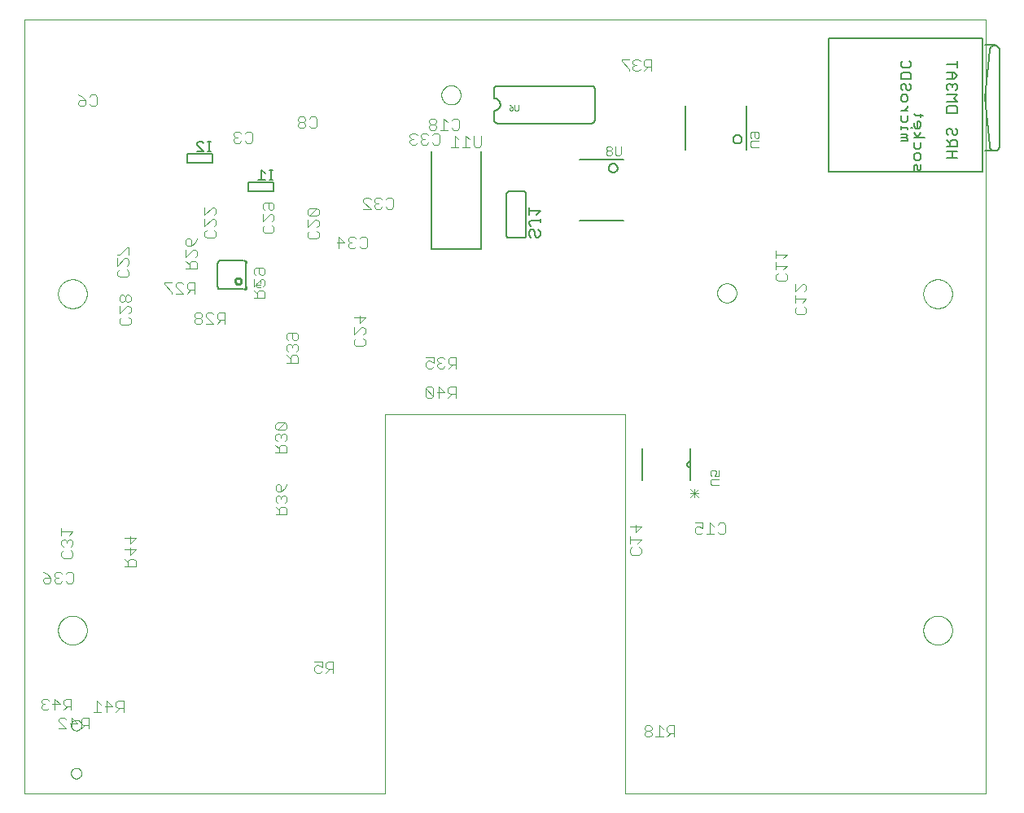
<source format=gbo>
G75*
%MOIN*%
%OFA0B0*%
%FSLAX25Y25*%
%IPPOS*%
%LPD*%
%AMOC8*
5,1,8,0,0,1.08239X$1,22.5*
%
%ADD10C,0.00000*%
%ADD11C,0.00400*%
%ADD12C,0.00600*%
%ADD13C,0.00300*%
%ADD14C,0.00500*%
%ADD15C,0.00800*%
%ADD16C,0.00200*%
%ADD17C,0.00060*%
%ADD18C,0.01000*%
%ADD19C,0.00100*%
D10*
X0049428Y0028933D02*
X0197066Y0028933D01*
X0197066Y0184445D01*
X0295491Y0184445D01*
X0295491Y0028933D01*
X0443129Y0028933D01*
X0443129Y0346059D01*
X0049428Y0346059D01*
X0049428Y0028933D01*
X0068484Y0037280D02*
X0068486Y0037373D01*
X0068492Y0037465D01*
X0068502Y0037557D01*
X0068516Y0037648D01*
X0068533Y0037739D01*
X0068555Y0037829D01*
X0068580Y0037918D01*
X0068609Y0038006D01*
X0068642Y0038092D01*
X0068679Y0038177D01*
X0068719Y0038261D01*
X0068763Y0038342D01*
X0068810Y0038422D01*
X0068860Y0038500D01*
X0068914Y0038575D01*
X0068971Y0038648D01*
X0069031Y0038718D01*
X0069094Y0038786D01*
X0069160Y0038851D01*
X0069228Y0038913D01*
X0069299Y0038973D01*
X0069373Y0039029D01*
X0069449Y0039082D01*
X0069527Y0039131D01*
X0069607Y0039178D01*
X0069689Y0039220D01*
X0069773Y0039260D01*
X0069858Y0039295D01*
X0069945Y0039327D01*
X0070033Y0039356D01*
X0070122Y0039380D01*
X0070212Y0039401D01*
X0070303Y0039417D01*
X0070395Y0039430D01*
X0070487Y0039439D01*
X0070580Y0039444D01*
X0070672Y0039445D01*
X0070765Y0039442D01*
X0070857Y0039435D01*
X0070949Y0039424D01*
X0071040Y0039409D01*
X0071131Y0039391D01*
X0071221Y0039368D01*
X0071309Y0039342D01*
X0071397Y0039312D01*
X0071483Y0039278D01*
X0071567Y0039241D01*
X0071650Y0039199D01*
X0071731Y0039155D01*
X0071811Y0039107D01*
X0071888Y0039056D01*
X0071962Y0039001D01*
X0072035Y0038943D01*
X0072105Y0038883D01*
X0072172Y0038819D01*
X0072236Y0038753D01*
X0072298Y0038683D01*
X0072356Y0038612D01*
X0072411Y0038538D01*
X0072463Y0038461D01*
X0072512Y0038382D01*
X0072558Y0038302D01*
X0072600Y0038219D01*
X0072638Y0038135D01*
X0072673Y0038049D01*
X0072704Y0037962D01*
X0072731Y0037874D01*
X0072754Y0037784D01*
X0072774Y0037694D01*
X0072790Y0037603D01*
X0072802Y0037511D01*
X0072810Y0037419D01*
X0072814Y0037326D01*
X0072814Y0037234D01*
X0072810Y0037141D01*
X0072802Y0037049D01*
X0072790Y0036957D01*
X0072774Y0036866D01*
X0072754Y0036776D01*
X0072731Y0036686D01*
X0072704Y0036598D01*
X0072673Y0036511D01*
X0072638Y0036425D01*
X0072600Y0036341D01*
X0072558Y0036258D01*
X0072512Y0036178D01*
X0072463Y0036099D01*
X0072411Y0036022D01*
X0072356Y0035948D01*
X0072298Y0035877D01*
X0072236Y0035807D01*
X0072172Y0035741D01*
X0072105Y0035677D01*
X0072035Y0035617D01*
X0071962Y0035559D01*
X0071888Y0035504D01*
X0071811Y0035453D01*
X0071732Y0035405D01*
X0071650Y0035361D01*
X0071567Y0035319D01*
X0071483Y0035282D01*
X0071397Y0035248D01*
X0071309Y0035218D01*
X0071221Y0035192D01*
X0071131Y0035169D01*
X0071040Y0035151D01*
X0070949Y0035136D01*
X0070857Y0035125D01*
X0070765Y0035118D01*
X0070672Y0035115D01*
X0070580Y0035116D01*
X0070487Y0035121D01*
X0070395Y0035130D01*
X0070303Y0035143D01*
X0070212Y0035159D01*
X0070122Y0035180D01*
X0070033Y0035204D01*
X0069945Y0035233D01*
X0069858Y0035265D01*
X0069773Y0035300D01*
X0069689Y0035340D01*
X0069607Y0035382D01*
X0069527Y0035429D01*
X0069449Y0035478D01*
X0069373Y0035531D01*
X0069299Y0035587D01*
X0069228Y0035647D01*
X0069160Y0035709D01*
X0069094Y0035774D01*
X0069031Y0035842D01*
X0068971Y0035912D01*
X0068914Y0035985D01*
X0068860Y0036060D01*
X0068810Y0036138D01*
X0068763Y0036218D01*
X0068719Y0036299D01*
X0068679Y0036383D01*
X0068642Y0036468D01*
X0068609Y0036554D01*
X0068580Y0036642D01*
X0068555Y0036731D01*
X0068533Y0036821D01*
X0068516Y0036912D01*
X0068502Y0037003D01*
X0068492Y0037095D01*
X0068486Y0037187D01*
X0068484Y0037280D01*
X0068484Y0056965D02*
X0068486Y0057058D01*
X0068492Y0057150D01*
X0068502Y0057242D01*
X0068516Y0057333D01*
X0068533Y0057424D01*
X0068555Y0057514D01*
X0068580Y0057603D01*
X0068609Y0057691D01*
X0068642Y0057777D01*
X0068679Y0057862D01*
X0068719Y0057946D01*
X0068763Y0058027D01*
X0068810Y0058107D01*
X0068860Y0058185D01*
X0068914Y0058260D01*
X0068971Y0058333D01*
X0069031Y0058403D01*
X0069094Y0058471D01*
X0069160Y0058536D01*
X0069228Y0058598D01*
X0069299Y0058658D01*
X0069373Y0058714D01*
X0069449Y0058767D01*
X0069527Y0058816D01*
X0069607Y0058863D01*
X0069689Y0058905D01*
X0069773Y0058945D01*
X0069858Y0058980D01*
X0069945Y0059012D01*
X0070033Y0059041D01*
X0070122Y0059065D01*
X0070212Y0059086D01*
X0070303Y0059102D01*
X0070395Y0059115D01*
X0070487Y0059124D01*
X0070580Y0059129D01*
X0070672Y0059130D01*
X0070765Y0059127D01*
X0070857Y0059120D01*
X0070949Y0059109D01*
X0071040Y0059094D01*
X0071131Y0059076D01*
X0071221Y0059053D01*
X0071309Y0059027D01*
X0071397Y0058997D01*
X0071483Y0058963D01*
X0071567Y0058926D01*
X0071650Y0058884D01*
X0071731Y0058840D01*
X0071811Y0058792D01*
X0071888Y0058741D01*
X0071962Y0058686D01*
X0072035Y0058628D01*
X0072105Y0058568D01*
X0072172Y0058504D01*
X0072236Y0058438D01*
X0072298Y0058368D01*
X0072356Y0058297D01*
X0072411Y0058223D01*
X0072463Y0058146D01*
X0072512Y0058067D01*
X0072558Y0057987D01*
X0072600Y0057904D01*
X0072638Y0057820D01*
X0072673Y0057734D01*
X0072704Y0057647D01*
X0072731Y0057559D01*
X0072754Y0057469D01*
X0072774Y0057379D01*
X0072790Y0057288D01*
X0072802Y0057196D01*
X0072810Y0057104D01*
X0072814Y0057011D01*
X0072814Y0056919D01*
X0072810Y0056826D01*
X0072802Y0056734D01*
X0072790Y0056642D01*
X0072774Y0056551D01*
X0072754Y0056461D01*
X0072731Y0056371D01*
X0072704Y0056283D01*
X0072673Y0056196D01*
X0072638Y0056110D01*
X0072600Y0056026D01*
X0072558Y0055943D01*
X0072512Y0055863D01*
X0072463Y0055784D01*
X0072411Y0055707D01*
X0072356Y0055633D01*
X0072298Y0055562D01*
X0072236Y0055492D01*
X0072172Y0055426D01*
X0072105Y0055362D01*
X0072035Y0055302D01*
X0071962Y0055244D01*
X0071888Y0055189D01*
X0071811Y0055138D01*
X0071732Y0055090D01*
X0071650Y0055046D01*
X0071567Y0055004D01*
X0071483Y0054967D01*
X0071397Y0054933D01*
X0071309Y0054903D01*
X0071221Y0054877D01*
X0071131Y0054854D01*
X0071040Y0054836D01*
X0070949Y0054821D01*
X0070857Y0054810D01*
X0070765Y0054803D01*
X0070672Y0054800D01*
X0070580Y0054801D01*
X0070487Y0054806D01*
X0070395Y0054815D01*
X0070303Y0054828D01*
X0070212Y0054844D01*
X0070122Y0054865D01*
X0070033Y0054889D01*
X0069945Y0054918D01*
X0069858Y0054950D01*
X0069773Y0054985D01*
X0069689Y0055025D01*
X0069607Y0055067D01*
X0069527Y0055114D01*
X0069449Y0055163D01*
X0069373Y0055216D01*
X0069299Y0055272D01*
X0069228Y0055332D01*
X0069160Y0055394D01*
X0069094Y0055459D01*
X0069031Y0055527D01*
X0068971Y0055597D01*
X0068914Y0055670D01*
X0068860Y0055745D01*
X0068810Y0055823D01*
X0068763Y0055903D01*
X0068719Y0055984D01*
X0068679Y0056068D01*
X0068642Y0056153D01*
X0068609Y0056239D01*
X0068580Y0056327D01*
X0068555Y0056416D01*
X0068533Y0056506D01*
X0068516Y0056597D01*
X0068502Y0056688D01*
X0068492Y0056780D01*
X0068486Y0056872D01*
X0068484Y0056965D01*
X0063208Y0095862D02*
X0063210Y0096015D01*
X0063216Y0096169D01*
X0063226Y0096322D01*
X0063240Y0096474D01*
X0063258Y0096627D01*
X0063280Y0096778D01*
X0063305Y0096929D01*
X0063335Y0097080D01*
X0063369Y0097230D01*
X0063406Y0097378D01*
X0063447Y0097526D01*
X0063492Y0097672D01*
X0063541Y0097818D01*
X0063594Y0097962D01*
X0063650Y0098104D01*
X0063710Y0098245D01*
X0063774Y0098385D01*
X0063841Y0098523D01*
X0063912Y0098659D01*
X0063987Y0098793D01*
X0064064Y0098925D01*
X0064146Y0099055D01*
X0064230Y0099183D01*
X0064318Y0099309D01*
X0064409Y0099432D01*
X0064503Y0099553D01*
X0064601Y0099671D01*
X0064701Y0099787D01*
X0064805Y0099900D01*
X0064911Y0100011D01*
X0065020Y0100119D01*
X0065132Y0100224D01*
X0065246Y0100325D01*
X0065364Y0100424D01*
X0065483Y0100520D01*
X0065605Y0100613D01*
X0065730Y0100702D01*
X0065857Y0100789D01*
X0065986Y0100871D01*
X0066117Y0100951D01*
X0066250Y0101027D01*
X0066385Y0101100D01*
X0066522Y0101169D01*
X0066661Y0101234D01*
X0066801Y0101296D01*
X0066943Y0101354D01*
X0067086Y0101409D01*
X0067231Y0101460D01*
X0067377Y0101507D01*
X0067524Y0101550D01*
X0067672Y0101589D01*
X0067821Y0101625D01*
X0067971Y0101656D01*
X0068122Y0101684D01*
X0068273Y0101708D01*
X0068426Y0101728D01*
X0068578Y0101744D01*
X0068731Y0101756D01*
X0068884Y0101764D01*
X0069037Y0101768D01*
X0069191Y0101768D01*
X0069344Y0101764D01*
X0069497Y0101756D01*
X0069650Y0101744D01*
X0069802Y0101728D01*
X0069955Y0101708D01*
X0070106Y0101684D01*
X0070257Y0101656D01*
X0070407Y0101625D01*
X0070556Y0101589D01*
X0070704Y0101550D01*
X0070851Y0101507D01*
X0070997Y0101460D01*
X0071142Y0101409D01*
X0071285Y0101354D01*
X0071427Y0101296D01*
X0071567Y0101234D01*
X0071706Y0101169D01*
X0071843Y0101100D01*
X0071978Y0101027D01*
X0072111Y0100951D01*
X0072242Y0100871D01*
X0072371Y0100789D01*
X0072498Y0100702D01*
X0072623Y0100613D01*
X0072745Y0100520D01*
X0072864Y0100424D01*
X0072982Y0100325D01*
X0073096Y0100224D01*
X0073208Y0100119D01*
X0073317Y0100011D01*
X0073423Y0099900D01*
X0073527Y0099787D01*
X0073627Y0099671D01*
X0073725Y0099553D01*
X0073819Y0099432D01*
X0073910Y0099309D01*
X0073998Y0099183D01*
X0074082Y0099055D01*
X0074164Y0098925D01*
X0074241Y0098793D01*
X0074316Y0098659D01*
X0074387Y0098523D01*
X0074454Y0098385D01*
X0074518Y0098245D01*
X0074578Y0098104D01*
X0074634Y0097962D01*
X0074687Y0097818D01*
X0074736Y0097672D01*
X0074781Y0097526D01*
X0074822Y0097378D01*
X0074859Y0097230D01*
X0074893Y0097080D01*
X0074923Y0096929D01*
X0074948Y0096778D01*
X0074970Y0096627D01*
X0074988Y0096474D01*
X0075002Y0096322D01*
X0075012Y0096169D01*
X0075018Y0096015D01*
X0075020Y0095862D01*
X0075018Y0095709D01*
X0075012Y0095555D01*
X0075002Y0095402D01*
X0074988Y0095250D01*
X0074970Y0095097D01*
X0074948Y0094946D01*
X0074923Y0094795D01*
X0074893Y0094644D01*
X0074859Y0094494D01*
X0074822Y0094346D01*
X0074781Y0094198D01*
X0074736Y0094052D01*
X0074687Y0093906D01*
X0074634Y0093762D01*
X0074578Y0093620D01*
X0074518Y0093479D01*
X0074454Y0093339D01*
X0074387Y0093201D01*
X0074316Y0093065D01*
X0074241Y0092931D01*
X0074164Y0092799D01*
X0074082Y0092669D01*
X0073998Y0092541D01*
X0073910Y0092415D01*
X0073819Y0092292D01*
X0073725Y0092171D01*
X0073627Y0092053D01*
X0073527Y0091937D01*
X0073423Y0091824D01*
X0073317Y0091713D01*
X0073208Y0091605D01*
X0073096Y0091500D01*
X0072982Y0091399D01*
X0072864Y0091300D01*
X0072745Y0091204D01*
X0072623Y0091111D01*
X0072498Y0091022D01*
X0072371Y0090935D01*
X0072242Y0090853D01*
X0072111Y0090773D01*
X0071978Y0090697D01*
X0071843Y0090624D01*
X0071706Y0090555D01*
X0071567Y0090490D01*
X0071427Y0090428D01*
X0071285Y0090370D01*
X0071142Y0090315D01*
X0070997Y0090264D01*
X0070851Y0090217D01*
X0070704Y0090174D01*
X0070556Y0090135D01*
X0070407Y0090099D01*
X0070257Y0090068D01*
X0070106Y0090040D01*
X0069955Y0090016D01*
X0069802Y0089996D01*
X0069650Y0089980D01*
X0069497Y0089968D01*
X0069344Y0089960D01*
X0069191Y0089956D01*
X0069037Y0089956D01*
X0068884Y0089960D01*
X0068731Y0089968D01*
X0068578Y0089980D01*
X0068426Y0089996D01*
X0068273Y0090016D01*
X0068122Y0090040D01*
X0067971Y0090068D01*
X0067821Y0090099D01*
X0067672Y0090135D01*
X0067524Y0090174D01*
X0067377Y0090217D01*
X0067231Y0090264D01*
X0067086Y0090315D01*
X0066943Y0090370D01*
X0066801Y0090428D01*
X0066661Y0090490D01*
X0066522Y0090555D01*
X0066385Y0090624D01*
X0066250Y0090697D01*
X0066117Y0090773D01*
X0065986Y0090853D01*
X0065857Y0090935D01*
X0065730Y0091022D01*
X0065605Y0091111D01*
X0065483Y0091204D01*
X0065364Y0091300D01*
X0065246Y0091399D01*
X0065132Y0091500D01*
X0065020Y0091605D01*
X0064911Y0091713D01*
X0064805Y0091824D01*
X0064701Y0091937D01*
X0064601Y0092053D01*
X0064503Y0092171D01*
X0064409Y0092292D01*
X0064318Y0092415D01*
X0064230Y0092541D01*
X0064146Y0092669D01*
X0064064Y0092799D01*
X0063987Y0092931D01*
X0063912Y0093065D01*
X0063841Y0093201D01*
X0063774Y0093339D01*
X0063710Y0093479D01*
X0063650Y0093620D01*
X0063594Y0093762D01*
X0063541Y0093906D01*
X0063492Y0094052D01*
X0063447Y0094198D01*
X0063406Y0094346D01*
X0063369Y0094494D01*
X0063335Y0094644D01*
X0063305Y0094795D01*
X0063280Y0094946D01*
X0063258Y0095097D01*
X0063240Y0095250D01*
X0063226Y0095402D01*
X0063216Y0095555D01*
X0063210Y0095709D01*
X0063208Y0095862D01*
X0063208Y0233657D02*
X0063210Y0233810D01*
X0063216Y0233964D01*
X0063226Y0234117D01*
X0063240Y0234269D01*
X0063258Y0234422D01*
X0063280Y0234573D01*
X0063305Y0234724D01*
X0063335Y0234875D01*
X0063369Y0235025D01*
X0063406Y0235173D01*
X0063447Y0235321D01*
X0063492Y0235467D01*
X0063541Y0235613D01*
X0063594Y0235757D01*
X0063650Y0235899D01*
X0063710Y0236040D01*
X0063774Y0236180D01*
X0063841Y0236318D01*
X0063912Y0236454D01*
X0063987Y0236588D01*
X0064064Y0236720D01*
X0064146Y0236850D01*
X0064230Y0236978D01*
X0064318Y0237104D01*
X0064409Y0237227D01*
X0064503Y0237348D01*
X0064601Y0237466D01*
X0064701Y0237582D01*
X0064805Y0237695D01*
X0064911Y0237806D01*
X0065020Y0237914D01*
X0065132Y0238019D01*
X0065246Y0238120D01*
X0065364Y0238219D01*
X0065483Y0238315D01*
X0065605Y0238408D01*
X0065730Y0238497D01*
X0065857Y0238584D01*
X0065986Y0238666D01*
X0066117Y0238746D01*
X0066250Y0238822D01*
X0066385Y0238895D01*
X0066522Y0238964D01*
X0066661Y0239029D01*
X0066801Y0239091D01*
X0066943Y0239149D01*
X0067086Y0239204D01*
X0067231Y0239255D01*
X0067377Y0239302D01*
X0067524Y0239345D01*
X0067672Y0239384D01*
X0067821Y0239420D01*
X0067971Y0239451D01*
X0068122Y0239479D01*
X0068273Y0239503D01*
X0068426Y0239523D01*
X0068578Y0239539D01*
X0068731Y0239551D01*
X0068884Y0239559D01*
X0069037Y0239563D01*
X0069191Y0239563D01*
X0069344Y0239559D01*
X0069497Y0239551D01*
X0069650Y0239539D01*
X0069802Y0239523D01*
X0069955Y0239503D01*
X0070106Y0239479D01*
X0070257Y0239451D01*
X0070407Y0239420D01*
X0070556Y0239384D01*
X0070704Y0239345D01*
X0070851Y0239302D01*
X0070997Y0239255D01*
X0071142Y0239204D01*
X0071285Y0239149D01*
X0071427Y0239091D01*
X0071567Y0239029D01*
X0071706Y0238964D01*
X0071843Y0238895D01*
X0071978Y0238822D01*
X0072111Y0238746D01*
X0072242Y0238666D01*
X0072371Y0238584D01*
X0072498Y0238497D01*
X0072623Y0238408D01*
X0072745Y0238315D01*
X0072864Y0238219D01*
X0072982Y0238120D01*
X0073096Y0238019D01*
X0073208Y0237914D01*
X0073317Y0237806D01*
X0073423Y0237695D01*
X0073527Y0237582D01*
X0073627Y0237466D01*
X0073725Y0237348D01*
X0073819Y0237227D01*
X0073910Y0237104D01*
X0073998Y0236978D01*
X0074082Y0236850D01*
X0074164Y0236720D01*
X0074241Y0236588D01*
X0074316Y0236454D01*
X0074387Y0236318D01*
X0074454Y0236180D01*
X0074518Y0236040D01*
X0074578Y0235899D01*
X0074634Y0235757D01*
X0074687Y0235613D01*
X0074736Y0235467D01*
X0074781Y0235321D01*
X0074822Y0235173D01*
X0074859Y0235025D01*
X0074893Y0234875D01*
X0074923Y0234724D01*
X0074948Y0234573D01*
X0074970Y0234422D01*
X0074988Y0234269D01*
X0075002Y0234117D01*
X0075012Y0233964D01*
X0075018Y0233810D01*
X0075020Y0233657D01*
X0075018Y0233504D01*
X0075012Y0233350D01*
X0075002Y0233197D01*
X0074988Y0233045D01*
X0074970Y0232892D01*
X0074948Y0232741D01*
X0074923Y0232590D01*
X0074893Y0232439D01*
X0074859Y0232289D01*
X0074822Y0232141D01*
X0074781Y0231993D01*
X0074736Y0231847D01*
X0074687Y0231701D01*
X0074634Y0231557D01*
X0074578Y0231415D01*
X0074518Y0231274D01*
X0074454Y0231134D01*
X0074387Y0230996D01*
X0074316Y0230860D01*
X0074241Y0230726D01*
X0074164Y0230594D01*
X0074082Y0230464D01*
X0073998Y0230336D01*
X0073910Y0230210D01*
X0073819Y0230087D01*
X0073725Y0229966D01*
X0073627Y0229848D01*
X0073527Y0229732D01*
X0073423Y0229619D01*
X0073317Y0229508D01*
X0073208Y0229400D01*
X0073096Y0229295D01*
X0072982Y0229194D01*
X0072864Y0229095D01*
X0072745Y0228999D01*
X0072623Y0228906D01*
X0072498Y0228817D01*
X0072371Y0228730D01*
X0072242Y0228648D01*
X0072111Y0228568D01*
X0071978Y0228492D01*
X0071843Y0228419D01*
X0071706Y0228350D01*
X0071567Y0228285D01*
X0071427Y0228223D01*
X0071285Y0228165D01*
X0071142Y0228110D01*
X0070997Y0228059D01*
X0070851Y0228012D01*
X0070704Y0227969D01*
X0070556Y0227930D01*
X0070407Y0227894D01*
X0070257Y0227863D01*
X0070106Y0227835D01*
X0069955Y0227811D01*
X0069802Y0227791D01*
X0069650Y0227775D01*
X0069497Y0227763D01*
X0069344Y0227755D01*
X0069191Y0227751D01*
X0069037Y0227751D01*
X0068884Y0227755D01*
X0068731Y0227763D01*
X0068578Y0227775D01*
X0068426Y0227791D01*
X0068273Y0227811D01*
X0068122Y0227835D01*
X0067971Y0227863D01*
X0067821Y0227894D01*
X0067672Y0227930D01*
X0067524Y0227969D01*
X0067377Y0228012D01*
X0067231Y0228059D01*
X0067086Y0228110D01*
X0066943Y0228165D01*
X0066801Y0228223D01*
X0066661Y0228285D01*
X0066522Y0228350D01*
X0066385Y0228419D01*
X0066250Y0228492D01*
X0066117Y0228568D01*
X0065986Y0228648D01*
X0065857Y0228730D01*
X0065730Y0228817D01*
X0065605Y0228906D01*
X0065483Y0228999D01*
X0065364Y0229095D01*
X0065246Y0229194D01*
X0065132Y0229295D01*
X0065020Y0229400D01*
X0064911Y0229508D01*
X0064805Y0229619D01*
X0064701Y0229732D01*
X0064601Y0229848D01*
X0064503Y0229966D01*
X0064409Y0230087D01*
X0064318Y0230210D01*
X0064230Y0230336D01*
X0064146Y0230464D01*
X0064064Y0230594D01*
X0063987Y0230726D01*
X0063912Y0230860D01*
X0063841Y0230996D01*
X0063774Y0231134D01*
X0063710Y0231274D01*
X0063650Y0231415D01*
X0063594Y0231557D01*
X0063541Y0231701D01*
X0063492Y0231847D01*
X0063447Y0231993D01*
X0063406Y0232141D01*
X0063369Y0232289D01*
X0063335Y0232439D01*
X0063305Y0232590D01*
X0063280Y0232741D01*
X0063258Y0232892D01*
X0063240Y0233045D01*
X0063226Y0233197D01*
X0063216Y0233350D01*
X0063210Y0233504D01*
X0063208Y0233657D01*
X0220188Y0315107D02*
X0220190Y0315232D01*
X0220196Y0315357D01*
X0220206Y0315481D01*
X0220220Y0315605D01*
X0220237Y0315729D01*
X0220259Y0315852D01*
X0220285Y0315974D01*
X0220314Y0316096D01*
X0220347Y0316216D01*
X0220385Y0316335D01*
X0220425Y0316454D01*
X0220470Y0316570D01*
X0220518Y0316685D01*
X0220570Y0316799D01*
X0220626Y0316911D01*
X0220685Y0317021D01*
X0220747Y0317129D01*
X0220813Y0317236D01*
X0220882Y0317340D01*
X0220955Y0317441D01*
X0221030Y0317541D01*
X0221109Y0317638D01*
X0221191Y0317732D01*
X0221276Y0317824D01*
X0221363Y0317913D01*
X0221454Y0317999D01*
X0221547Y0318082D01*
X0221643Y0318163D01*
X0221741Y0318240D01*
X0221841Y0318314D01*
X0221944Y0318385D01*
X0222049Y0318452D01*
X0222157Y0318517D01*
X0222266Y0318577D01*
X0222377Y0318635D01*
X0222490Y0318688D01*
X0222604Y0318738D01*
X0222720Y0318785D01*
X0222837Y0318827D01*
X0222956Y0318866D01*
X0223076Y0318902D01*
X0223197Y0318933D01*
X0223319Y0318961D01*
X0223441Y0318984D01*
X0223565Y0319004D01*
X0223689Y0319020D01*
X0223813Y0319032D01*
X0223938Y0319040D01*
X0224063Y0319044D01*
X0224187Y0319044D01*
X0224312Y0319040D01*
X0224437Y0319032D01*
X0224561Y0319020D01*
X0224685Y0319004D01*
X0224809Y0318984D01*
X0224931Y0318961D01*
X0225053Y0318933D01*
X0225174Y0318902D01*
X0225294Y0318866D01*
X0225413Y0318827D01*
X0225530Y0318785D01*
X0225646Y0318738D01*
X0225760Y0318688D01*
X0225873Y0318635D01*
X0225984Y0318577D01*
X0226094Y0318517D01*
X0226201Y0318452D01*
X0226306Y0318385D01*
X0226409Y0318314D01*
X0226509Y0318240D01*
X0226607Y0318163D01*
X0226703Y0318082D01*
X0226796Y0317999D01*
X0226887Y0317913D01*
X0226974Y0317824D01*
X0227059Y0317732D01*
X0227141Y0317638D01*
X0227220Y0317541D01*
X0227295Y0317441D01*
X0227368Y0317340D01*
X0227437Y0317236D01*
X0227503Y0317129D01*
X0227565Y0317021D01*
X0227624Y0316911D01*
X0227680Y0316799D01*
X0227732Y0316685D01*
X0227780Y0316570D01*
X0227825Y0316454D01*
X0227865Y0316335D01*
X0227903Y0316216D01*
X0227936Y0316096D01*
X0227965Y0315974D01*
X0227991Y0315852D01*
X0228013Y0315729D01*
X0228030Y0315605D01*
X0228044Y0315481D01*
X0228054Y0315357D01*
X0228060Y0315232D01*
X0228062Y0315107D01*
X0228060Y0314982D01*
X0228054Y0314857D01*
X0228044Y0314733D01*
X0228030Y0314609D01*
X0228013Y0314485D01*
X0227991Y0314362D01*
X0227965Y0314240D01*
X0227936Y0314118D01*
X0227903Y0313998D01*
X0227865Y0313879D01*
X0227825Y0313760D01*
X0227780Y0313644D01*
X0227732Y0313529D01*
X0227680Y0313415D01*
X0227624Y0313303D01*
X0227565Y0313193D01*
X0227503Y0313085D01*
X0227437Y0312978D01*
X0227368Y0312874D01*
X0227295Y0312773D01*
X0227220Y0312673D01*
X0227141Y0312576D01*
X0227059Y0312482D01*
X0226974Y0312390D01*
X0226887Y0312301D01*
X0226796Y0312215D01*
X0226703Y0312132D01*
X0226607Y0312051D01*
X0226509Y0311974D01*
X0226409Y0311900D01*
X0226306Y0311829D01*
X0226201Y0311762D01*
X0226093Y0311697D01*
X0225984Y0311637D01*
X0225873Y0311579D01*
X0225760Y0311526D01*
X0225646Y0311476D01*
X0225530Y0311429D01*
X0225413Y0311387D01*
X0225294Y0311348D01*
X0225174Y0311312D01*
X0225053Y0311281D01*
X0224931Y0311253D01*
X0224809Y0311230D01*
X0224685Y0311210D01*
X0224561Y0311194D01*
X0224437Y0311182D01*
X0224312Y0311174D01*
X0224187Y0311170D01*
X0224063Y0311170D01*
X0223938Y0311174D01*
X0223813Y0311182D01*
X0223689Y0311194D01*
X0223565Y0311210D01*
X0223441Y0311230D01*
X0223319Y0311253D01*
X0223197Y0311281D01*
X0223076Y0311312D01*
X0222956Y0311348D01*
X0222837Y0311387D01*
X0222720Y0311429D01*
X0222604Y0311476D01*
X0222490Y0311526D01*
X0222377Y0311579D01*
X0222266Y0311637D01*
X0222156Y0311697D01*
X0222049Y0311762D01*
X0221944Y0311829D01*
X0221841Y0311900D01*
X0221741Y0311974D01*
X0221643Y0312051D01*
X0221547Y0312132D01*
X0221454Y0312215D01*
X0221363Y0312301D01*
X0221276Y0312390D01*
X0221191Y0312482D01*
X0221109Y0312576D01*
X0221030Y0312673D01*
X0220955Y0312773D01*
X0220882Y0312874D01*
X0220813Y0312978D01*
X0220747Y0313085D01*
X0220685Y0313193D01*
X0220626Y0313303D01*
X0220570Y0313415D01*
X0220518Y0313529D01*
X0220470Y0313644D01*
X0220425Y0313760D01*
X0220385Y0313879D01*
X0220347Y0313998D01*
X0220314Y0314118D01*
X0220285Y0314240D01*
X0220259Y0314362D01*
X0220237Y0314485D01*
X0220220Y0314609D01*
X0220206Y0314733D01*
X0220196Y0314857D01*
X0220190Y0314982D01*
X0220188Y0315107D01*
X0333140Y0234005D02*
X0333142Y0234130D01*
X0333148Y0234255D01*
X0333158Y0234379D01*
X0333172Y0234503D01*
X0333189Y0234627D01*
X0333211Y0234750D01*
X0333237Y0234872D01*
X0333266Y0234994D01*
X0333299Y0235114D01*
X0333337Y0235233D01*
X0333377Y0235352D01*
X0333422Y0235468D01*
X0333470Y0235583D01*
X0333522Y0235697D01*
X0333578Y0235809D01*
X0333637Y0235919D01*
X0333699Y0236027D01*
X0333765Y0236134D01*
X0333834Y0236238D01*
X0333907Y0236339D01*
X0333982Y0236439D01*
X0334061Y0236536D01*
X0334143Y0236630D01*
X0334228Y0236722D01*
X0334315Y0236811D01*
X0334406Y0236897D01*
X0334499Y0236980D01*
X0334595Y0237061D01*
X0334693Y0237138D01*
X0334793Y0237212D01*
X0334896Y0237283D01*
X0335001Y0237350D01*
X0335109Y0237415D01*
X0335218Y0237475D01*
X0335329Y0237533D01*
X0335442Y0237586D01*
X0335556Y0237636D01*
X0335672Y0237683D01*
X0335789Y0237725D01*
X0335908Y0237764D01*
X0336028Y0237800D01*
X0336149Y0237831D01*
X0336271Y0237859D01*
X0336393Y0237882D01*
X0336517Y0237902D01*
X0336641Y0237918D01*
X0336765Y0237930D01*
X0336890Y0237938D01*
X0337015Y0237942D01*
X0337139Y0237942D01*
X0337264Y0237938D01*
X0337389Y0237930D01*
X0337513Y0237918D01*
X0337637Y0237902D01*
X0337761Y0237882D01*
X0337883Y0237859D01*
X0338005Y0237831D01*
X0338126Y0237800D01*
X0338246Y0237764D01*
X0338365Y0237725D01*
X0338482Y0237683D01*
X0338598Y0237636D01*
X0338712Y0237586D01*
X0338825Y0237533D01*
X0338936Y0237475D01*
X0339046Y0237415D01*
X0339153Y0237350D01*
X0339258Y0237283D01*
X0339361Y0237212D01*
X0339461Y0237138D01*
X0339559Y0237061D01*
X0339655Y0236980D01*
X0339748Y0236897D01*
X0339839Y0236811D01*
X0339926Y0236722D01*
X0340011Y0236630D01*
X0340093Y0236536D01*
X0340172Y0236439D01*
X0340247Y0236339D01*
X0340320Y0236238D01*
X0340389Y0236134D01*
X0340455Y0236027D01*
X0340517Y0235919D01*
X0340576Y0235809D01*
X0340632Y0235697D01*
X0340684Y0235583D01*
X0340732Y0235468D01*
X0340777Y0235352D01*
X0340817Y0235233D01*
X0340855Y0235114D01*
X0340888Y0234994D01*
X0340917Y0234872D01*
X0340943Y0234750D01*
X0340965Y0234627D01*
X0340982Y0234503D01*
X0340996Y0234379D01*
X0341006Y0234255D01*
X0341012Y0234130D01*
X0341014Y0234005D01*
X0341012Y0233880D01*
X0341006Y0233755D01*
X0340996Y0233631D01*
X0340982Y0233507D01*
X0340965Y0233383D01*
X0340943Y0233260D01*
X0340917Y0233138D01*
X0340888Y0233016D01*
X0340855Y0232896D01*
X0340817Y0232777D01*
X0340777Y0232658D01*
X0340732Y0232542D01*
X0340684Y0232427D01*
X0340632Y0232313D01*
X0340576Y0232201D01*
X0340517Y0232091D01*
X0340455Y0231983D01*
X0340389Y0231876D01*
X0340320Y0231772D01*
X0340247Y0231671D01*
X0340172Y0231571D01*
X0340093Y0231474D01*
X0340011Y0231380D01*
X0339926Y0231288D01*
X0339839Y0231199D01*
X0339748Y0231113D01*
X0339655Y0231030D01*
X0339559Y0230949D01*
X0339461Y0230872D01*
X0339361Y0230798D01*
X0339258Y0230727D01*
X0339153Y0230660D01*
X0339045Y0230595D01*
X0338936Y0230535D01*
X0338825Y0230477D01*
X0338712Y0230424D01*
X0338598Y0230374D01*
X0338482Y0230327D01*
X0338365Y0230285D01*
X0338246Y0230246D01*
X0338126Y0230210D01*
X0338005Y0230179D01*
X0337883Y0230151D01*
X0337761Y0230128D01*
X0337637Y0230108D01*
X0337513Y0230092D01*
X0337389Y0230080D01*
X0337264Y0230072D01*
X0337139Y0230068D01*
X0337015Y0230068D01*
X0336890Y0230072D01*
X0336765Y0230080D01*
X0336641Y0230092D01*
X0336517Y0230108D01*
X0336393Y0230128D01*
X0336271Y0230151D01*
X0336149Y0230179D01*
X0336028Y0230210D01*
X0335908Y0230246D01*
X0335789Y0230285D01*
X0335672Y0230327D01*
X0335556Y0230374D01*
X0335442Y0230424D01*
X0335329Y0230477D01*
X0335218Y0230535D01*
X0335108Y0230595D01*
X0335001Y0230660D01*
X0334896Y0230727D01*
X0334793Y0230798D01*
X0334693Y0230872D01*
X0334595Y0230949D01*
X0334499Y0231030D01*
X0334406Y0231113D01*
X0334315Y0231199D01*
X0334228Y0231288D01*
X0334143Y0231380D01*
X0334061Y0231474D01*
X0333982Y0231571D01*
X0333907Y0231671D01*
X0333834Y0231772D01*
X0333765Y0231876D01*
X0333699Y0231983D01*
X0333637Y0232091D01*
X0333578Y0232201D01*
X0333522Y0232313D01*
X0333470Y0232427D01*
X0333422Y0232542D01*
X0333377Y0232658D01*
X0333337Y0232777D01*
X0333299Y0232896D01*
X0333266Y0233016D01*
X0333237Y0233138D01*
X0333211Y0233260D01*
X0333189Y0233383D01*
X0333172Y0233507D01*
X0333158Y0233631D01*
X0333148Y0233755D01*
X0333142Y0233880D01*
X0333140Y0234005D01*
X0417538Y0233657D02*
X0417540Y0233810D01*
X0417546Y0233964D01*
X0417556Y0234117D01*
X0417570Y0234269D01*
X0417588Y0234422D01*
X0417610Y0234573D01*
X0417635Y0234724D01*
X0417665Y0234875D01*
X0417699Y0235025D01*
X0417736Y0235173D01*
X0417777Y0235321D01*
X0417822Y0235467D01*
X0417871Y0235613D01*
X0417924Y0235757D01*
X0417980Y0235899D01*
X0418040Y0236040D01*
X0418104Y0236180D01*
X0418171Y0236318D01*
X0418242Y0236454D01*
X0418317Y0236588D01*
X0418394Y0236720D01*
X0418476Y0236850D01*
X0418560Y0236978D01*
X0418648Y0237104D01*
X0418739Y0237227D01*
X0418833Y0237348D01*
X0418931Y0237466D01*
X0419031Y0237582D01*
X0419135Y0237695D01*
X0419241Y0237806D01*
X0419350Y0237914D01*
X0419462Y0238019D01*
X0419576Y0238120D01*
X0419694Y0238219D01*
X0419813Y0238315D01*
X0419935Y0238408D01*
X0420060Y0238497D01*
X0420187Y0238584D01*
X0420316Y0238666D01*
X0420447Y0238746D01*
X0420580Y0238822D01*
X0420715Y0238895D01*
X0420852Y0238964D01*
X0420991Y0239029D01*
X0421131Y0239091D01*
X0421273Y0239149D01*
X0421416Y0239204D01*
X0421561Y0239255D01*
X0421707Y0239302D01*
X0421854Y0239345D01*
X0422002Y0239384D01*
X0422151Y0239420D01*
X0422301Y0239451D01*
X0422452Y0239479D01*
X0422603Y0239503D01*
X0422756Y0239523D01*
X0422908Y0239539D01*
X0423061Y0239551D01*
X0423214Y0239559D01*
X0423367Y0239563D01*
X0423521Y0239563D01*
X0423674Y0239559D01*
X0423827Y0239551D01*
X0423980Y0239539D01*
X0424132Y0239523D01*
X0424285Y0239503D01*
X0424436Y0239479D01*
X0424587Y0239451D01*
X0424737Y0239420D01*
X0424886Y0239384D01*
X0425034Y0239345D01*
X0425181Y0239302D01*
X0425327Y0239255D01*
X0425472Y0239204D01*
X0425615Y0239149D01*
X0425757Y0239091D01*
X0425897Y0239029D01*
X0426036Y0238964D01*
X0426173Y0238895D01*
X0426308Y0238822D01*
X0426441Y0238746D01*
X0426572Y0238666D01*
X0426701Y0238584D01*
X0426828Y0238497D01*
X0426953Y0238408D01*
X0427075Y0238315D01*
X0427194Y0238219D01*
X0427312Y0238120D01*
X0427426Y0238019D01*
X0427538Y0237914D01*
X0427647Y0237806D01*
X0427753Y0237695D01*
X0427857Y0237582D01*
X0427957Y0237466D01*
X0428055Y0237348D01*
X0428149Y0237227D01*
X0428240Y0237104D01*
X0428328Y0236978D01*
X0428412Y0236850D01*
X0428494Y0236720D01*
X0428571Y0236588D01*
X0428646Y0236454D01*
X0428717Y0236318D01*
X0428784Y0236180D01*
X0428848Y0236040D01*
X0428908Y0235899D01*
X0428964Y0235757D01*
X0429017Y0235613D01*
X0429066Y0235467D01*
X0429111Y0235321D01*
X0429152Y0235173D01*
X0429189Y0235025D01*
X0429223Y0234875D01*
X0429253Y0234724D01*
X0429278Y0234573D01*
X0429300Y0234422D01*
X0429318Y0234269D01*
X0429332Y0234117D01*
X0429342Y0233964D01*
X0429348Y0233810D01*
X0429350Y0233657D01*
X0429348Y0233504D01*
X0429342Y0233350D01*
X0429332Y0233197D01*
X0429318Y0233045D01*
X0429300Y0232892D01*
X0429278Y0232741D01*
X0429253Y0232590D01*
X0429223Y0232439D01*
X0429189Y0232289D01*
X0429152Y0232141D01*
X0429111Y0231993D01*
X0429066Y0231847D01*
X0429017Y0231701D01*
X0428964Y0231557D01*
X0428908Y0231415D01*
X0428848Y0231274D01*
X0428784Y0231134D01*
X0428717Y0230996D01*
X0428646Y0230860D01*
X0428571Y0230726D01*
X0428494Y0230594D01*
X0428412Y0230464D01*
X0428328Y0230336D01*
X0428240Y0230210D01*
X0428149Y0230087D01*
X0428055Y0229966D01*
X0427957Y0229848D01*
X0427857Y0229732D01*
X0427753Y0229619D01*
X0427647Y0229508D01*
X0427538Y0229400D01*
X0427426Y0229295D01*
X0427312Y0229194D01*
X0427194Y0229095D01*
X0427075Y0228999D01*
X0426953Y0228906D01*
X0426828Y0228817D01*
X0426701Y0228730D01*
X0426572Y0228648D01*
X0426441Y0228568D01*
X0426308Y0228492D01*
X0426173Y0228419D01*
X0426036Y0228350D01*
X0425897Y0228285D01*
X0425757Y0228223D01*
X0425615Y0228165D01*
X0425472Y0228110D01*
X0425327Y0228059D01*
X0425181Y0228012D01*
X0425034Y0227969D01*
X0424886Y0227930D01*
X0424737Y0227894D01*
X0424587Y0227863D01*
X0424436Y0227835D01*
X0424285Y0227811D01*
X0424132Y0227791D01*
X0423980Y0227775D01*
X0423827Y0227763D01*
X0423674Y0227755D01*
X0423521Y0227751D01*
X0423367Y0227751D01*
X0423214Y0227755D01*
X0423061Y0227763D01*
X0422908Y0227775D01*
X0422756Y0227791D01*
X0422603Y0227811D01*
X0422452Y0227835D01*
X0422301Y0227863D01*
X0422151Y0227894D01*
X0422002Y0227930D01*
X0421854Y0227969D01*
X0421707Y0228012D01*
X0421561Y0228059D01*
X0421416Y0228110D01*
X0421273Y0228165D01*
X0421131Y0228223D01*
X0420991Y0228285D01*
X0420852Y0228350D01*
X0420715Y0228419D01*
X0420580Y0228492D01*
X0420447Y0228568D01*
X0420316Y0228648D01*
X0420187Y0228730D01*
X0420060Y0228817D01*
X0419935Y0228906D01*
X0419813Y0228999D01*
X0419694Y0229095D01*
X0419576Y0229194D01*
X0419462Y0229295D01*
X0419350Y0229400D01*
X0419241Y0229508D01*
X0419135Y0229619D01*
X0419031Y0229732D01*
X0418931Y0229848D01*
X0418833Y0229966D01*
X0418739Y0230087D01*
X0418648Y0230210D01*
X0418560Y0230336D01*
X0418476Y0230464D01*
X0418394Y0230594D01*
X0418317Y0230726D01*
X0418242Y0230860D01*
X0418171Y0230996D01*
X0418104Y0231134D01*
X0418040Y0231274D01*
X0417980Y0231415D01*
X0417924Y0231557D01*
X0417871Y0231701D01*
X0417822Y0231847D01*
X0417777Y0231993D01*
X0417736Y0232141D01*
X0417699Y0232289D01*
X0417665Y0232439D01*
X0417635Y0232590D01*
X0417610Y0232741D01*
X0417588Y0232892D01*
X0417570Y0233045D01*
X0417556Y0233197D01*
X0417546Y0233350D01*
X0417540Y0233504D01*
X0417538Y0233657D01*
X0417538Y0095862D02*
X0417540Y0096015D01*
X0417546Y0096169D01*
X0417556Y0096322D01*
X0417570Y0096474D01*
X0417588Y0096627D01*
X0417610Y0096778D01*
X0417635Y0096929D01*
X0417665Y0097080D01*
X0417699Y0097230D01*
X0417736Y0097378D01*
X0417777Y0097526D01*
X0417822Y0097672D01*
X0417871Y0097818D01*
X0417924Y0097962D01*
X0417980Y0098104D01*
X0418040Y0098245D01*
X0418104Y0098385D01*
X0418171Y0098523D01*
X0418242Y0098659D01*
X0418317Y0098793D01*
X0418394Y0098925D01*
X0418476Y0099055D01*
X0418560Y0099183D01*
X0418648Y0099309D01*
X0418739Y0099432D01*
X0418833Y0099553D01*
X0418931Y0099671D01*
X0419031Y0099787D01*
X0419135Y0099900D01*
X0419241Y0100011D01*
X0419350Y0100119D01*
X0419462Y0100224D01*
X0419576Y0100325D01*
X0419694Y0100424D01*
X0419813Y0100520D01*
X0419935Y0100613D01*
X0420060Y0100702D01*
X0420187Y0100789D01*
X0420316Y0100871D01*
X0420447Y0100951D01*
X0420580Y0101027D01*
X0420715Y0101100D01*
X0420852Y0101169D01*
X0420991Y0101234D01*
X0421131Y0101296D01*
X0421273Y0101354D01*
X0421416Y0101409D01*
X0421561Y0101460D01*
X0421707Y0101507D01*
X0421854Y0101550D01*
X0422002Y0101589D01*
X0422151Y0101625D01*
X0422301Y0101656D01*
X0422452Y0101684D01*
X0422603Y0101708D01*
X0422756Y0101728D01*
X0422908Y0101744D01*
X0423061Y0101756D01*
X0423214Y0101764D01*
X0423367Y0101768D01*
X0423521Y0101768D01*
X0423674Y0101764D01*
X0423827Y0101756D01*
X0423980Y0101744D01*
X0424132Y0101728D01*
X0424285Y0101708D01*
X0424436Y0101684D01*
X0424587Y0101656D01*
X0424737Y0101625D01*
X0424886Y0101589D01*
X0425034Y0101550D01*
X0425181Y0101507D01*
X0425327Y0101460D01*
X0425472Y0101409D01*
X0425615Y0101354D01*
X0425757Y0101296D01*
X0425897Y0101234D01*
X0426036Y0101169D01*
X0426173Y0101100D01*
X0426308Y0101027D01*
X0426441Y0100951D01*
X0426572Y0100871D01*
X0426701Y0100789D01*
X0426828Y0100702D01*
X0426953Y0100613D01*
X0427075Y0100520D01*
X0427194Y0100424D01*
X0427312Y0100325D01*
X0427426Y0100224D01*
X0427538Y0100119D01*
X0427647Y0100011D01*
X0427753Y0099900D01*
X0427857Y0099787D01*
X0427957Y0099671D01*
X0428055Y0099553D01*
X0428149Y0099432D01*
X0428240Y0099309D01*
X0428328Y0099183D01*
X0428412Y0099055D01*
X0428494Y0098925D01*
X0428571Y0098793D01*
X0428646Y0098659D01*
X0428717Y0098523D01*
X0428784Y0098385D01*
X0428848Y0098245D01*
X0428908Y0098104D01*
X0428964Y0097962D01*
X0429017Y0097818D01*
X0429066Y0097672D01*
X0429111Y0097526D01*
X0429152Y0097378D01*
X0429189Y0097230D01*
X0429223Y0097080D01*
X0429253Y0096929D01*
X0429278Y0096778D01*
X0429300Y0096627D01*
X0429318Y0096474D01*
X0429332Y0096322D01*
X0429342Y0096169D01*
X0429348Y0096015D01*
X0429350Y0095862D01*
X0429348Y0095709D01*
X0429342Y0095555D01*
X0429332Y0095402D01*
X0429318Y0095250D01*
X0429300Y0095097D01*
X0429278Y0094946D01*
X0429253Y0094795D01*
X0429223Y0094644D01*
X0429189Y0094494D01*
X0429152Y0094346D01*
X0429111Y0094198D01*
X0429066Y0094052D01*
X0429017Y0093906D01*
X0428964Y0093762D01*
X0428908Y0093620D01*
X0428848Y0093479D01*
X0428784Y0093339D01*
X0428717Y0093201D01*
X0428646Y0093065D01*
X0428571Y0092931D01*
X0428494Y0092799D01*
X0428412Y0092669D01*
X0428328Y0092541D01*
X0428240Y0092415D01*
X0428149Y0092292D01*
X0428055Y0092171D01*
X0427957Y0092053D01*
X0427857Y0091937D01*
X0427753Y0091824D01*
X0427647Y0091713D01*
X0427538Y0091605D01*
X0427426Y0091500D01*
X0427312Y0091399D01*
X0427194Y0091300D01*
X0427075Y0091204D01*
X0426953Y0091111D01*
X0426828Y0091022D01*
X0426701Y0090935D01*
X0426572Y0090853D01*
X0426441Y0090773D01*
X0426308Y0090697D01*
X0426173Y0090624D01*
X0426036Y0090555D01*
X0425897Y0090490D01*
X0425757Y0090428D01*
X0425615Y0090370D01*
X0425472Y0090315D01*
X0425327Y0090264D01*
X0425181Y0090217D01*
X0425034Y0090174D01*
X0424886Y0090135D01*
X0424737Y0090099D01*
X0424587Y0090068D01*
X0424436Y0090040D01*
X0424285Y0090016D01*
X0424132Y0089996D01*
X0423980Y0089980D01*
X0423827Y0089968D01*
X0423674Y0089960D01*
X0423521Y0089956D01*
X0423367Y0089956D01*
X0423214Y0089960D01*
X0423061Y0089968D01*
X0422908Y0089980D01*
X0422756Y0089996D01*
X0422603Y0090016D01*
X0422452Y0090040D01*
X0422301Y0090068D01*
X0422151Y0090099D01*
X0422002Y0090135D01*
X0421854Y0090174D01*
X0421707Y0090217D01*
X0421561Y0090264D01*
X0421416Y0090315D01*
X0421273Y0090370D01*
X0421131Y0090428D01*
X0420991Y0090490D01*
X0420852Y0090555D01*
X0420715Y0090624D01*
X0420580Y0090697D01*
X0420447Y0090773D01*
X0420316Y0090853D01*
X0420187Y0090935D01*
X0420060Y0091022D01*
X0419935Y0091111D01*
X0419813Y0091204D01*
X0419694Y0091300D01*
X0419576Y0091399D01*
X0419462Y0091500D01*
X0419350Y0091605D01*
X0419241Y0091713D01*
X0419135Y0091824D01*
X0419031Y0091937D01*
X0418931Y0092053D01*
X0418833Y0092171D01*
X0418739Y0092292D01*
X0418648Y0092415D01*
X0418560Y0092541D01*
X0418476Y0092669D01*
X0418394Y0092799D01*
X0418317Y0092931D01*
X0418242Y0093065D01*
X0418171Y0093201D01*
X0418104Y0093339D01*
X0418040Y0093479D01*
X0417980Y0093620D01*
X0417924Y0093762D01*
X0417871Y0093906D01*
X0417822Y0094052D01*
X0417777Y0094198D01*
X0417736Y0094346D01*
X0417699Y0094494D01*
X0417665Y0094644D01*
X0417635Y0094795D01*
X0417610Y0094946D01*
X0417588Y0095097D01*
X0417570Y0095250D01*
X0417556Y0095402D01*
X0417546Y0095555D01*
X0417540Y0095709D01*
X0417538Y0095862D01*
D11*
X0336390Y0136050D02*
X0335623Y0135283D01*
X0334088Y0135283D01*
X0333321Y0136050D01*
X0331786Y0135283D02*
X0328717Y0135283D01*
X0330252Y0135283D02*
X0330252Y0139887D01*
X0331786Y0138352D01*
X0333321Y0139120D02*
X0334088Y0139887D01*
X0335623Y0139887D01*
X0336390Y0139120D01*
X0336390Y0136050D01*
X0327182Y0136050D02*
X0326415Y0135283D01*
X0324880Y0135283D01*
X0324113Y0136050D01*
X0324113Y0137585D01*
X0324880Y0138352D01*
X0325648Y0138352D01*
X0327182Y0137585D01*
X0327182Y0139887D01*
X0324113Y0139887D01*
X0330897Y0155386D02*
X0330297Y0155987D01*
X0330297Y0157188D01*
X0330897Y0157788D01*
X0333900Y0157788D01*
X0333900Y0159069D02*
X0332098Y0159069D01*
X0332699Y0160270D01*
X0332699Y0160871D01*
X0332098Y0161471D01*
X0330897Y0161471D01*
X0330297Y0160871D01*
X0330297Y0159670D01*
X0330897Y0159069D01*
X0333900Y0159069D02*
X0333900Y0161471D01*
X0333900Y0155386D02*
X0330897Y0155386D01*
X0302032Y0138281D02*
X0299730Y0135979D01*
X0299730Y0139048D01*
X0297428Y0138281D02*
X0302032Y0138281D01*
X0302032Y0132910D02*
X0297428Y0132910D01*
X0297428Y0134444D02*
X0297428Y0131375D01*
X0298196Y0129841D02*
X0297428Y0129073D01*
X0297428Y0127539D01*
X0298196Y0126771D01*
X0301265Y0126771D01*
X0302032Y0127539D01*
X0302032Y0129073D01*
X0301265Y0129841D01*
X0300498Y0131375D02*
X0302032Y0132910D01*
X0225993Y0191023D02*
X0225993Y0195627D01*
X0223691Y0195627D01*
X0222924Y0194859D01*
X0222924Y0193325D01*
X0223691Y0192557D01*
X0225993Y0192557D01*
X0224458Y0192557D02*
X0222924Y0191023D01*
X0221389Y0193325D02*
X0218320Y0193325D01*
X0216785Y0191790D02*
X0216785Y0194859D01*
X0216018Y0195627D01*
X0214483Y0195627D01*
X0213716Y0194859D01*
X0216785Y0191790D01*
X0216018Y0191023D01*
X0214483Y0191023D01*
X0213716Y0191790D01*
X0213716Y0194859D01*
X0219087Y0195627D02*
X0219087Y0191023D01*
X0221389Y0193325D02*
X0219087Y0195627D01*
X0219291Y0203108D02*
X0220826Y0203108D01*
X0221593Y0203876D01*
X0223128Y0203108D02*
X0224662Y0204643D01*
X0223895Y0204643D02*
X0226197Y0204643D01*
X0226197Y0203108D02*
X0226197Y0207712D01*
X0223895Y0207712D01*
X0223128Y0206945D01*
X0223128Y0205410D01*
X0223895Y0204643D01*
X0221593Y0206945D02*
X0220826Y0207712D01*
X0219291Y0207712D01*
X0218524Y0206945D01*
X0218524Y0206178D01*
X0219291Y0205410D01*
X0218524Y0204643D01*
X0218524Y0203876D01*
X0219291Y0203108D01*
X0219291Y0205410D02*
X0220058Y0205410D01*
X0216989Y0205410D02*
X0215454Y0206178D01*
X0214687Y0206178D01*
X0213920Y0205410D01*
X0213920Y0203876D01*
X0214687Y0203108D01*
X0216222Y0203108D01*
X0216989Y0203876D01*
X0216989Y0205410D02*
X0216989Y0207712D01*
X0213920Y0207712D01*
X0189020Y0213133D02*
X0188252Y0212365D01*
X0185183Y0212365D01*
X0184416Y0213133D01*
X0184416Y0214667D01*
X0185183Y0215435D01*
X0184416Y0216969D02*
X0184416Y0220039D01*
X0186718Y0221573D02*
X0186718Y0224642D01*
X0189020Y0223875D02*
X0186718Y0221573D01*
X0187485Y0220039D02*
X0188252Y0220039D01*
X0189020Y0219271D01*
X0189020Y0217737D01*
X0188252Y0216969D01*
X0188252Y0215435D02*
X0189020Y0214667D01*
X0189020Y0213133D01*
X0184416Y0216969D02*
X0187485Y0220039D01*
X0189020Y0223875D02*
X0184416Y0223875D01*
X0161417Y0216969D02*
X0161417Y0215434D01*
X0160650Y0214667D01*
X0159883Y0214667D01*
X0159115Y0215434D01*
X0159115Y0217736D01*
X0157581Y0217736D02*
X0160650Y0217736D01*
X0161417Y0216969D01*
X0157581Y0217736D02*
X0156814Y0216969D01*
X0156814Y0215434D01*
X0157581Y0214667D01*
X0157581Y0213132D02*
X0156814Y0212365D01*
X0156814Y0210830D01*
X0157581Y0210063D01*
X0156814Y0208528D02*
X0158348Y0206994D01*
X0158348Y0207761D02*
X0158348Y0205459D01*
X0156814Y0205459D02*
X0161417Y0205459D01*
X0161417Y0207761D01*
X0160650Y0208528D01*
X0159115Y0208528D01*
X0158348Y0207761D01*
X0160650Y0210063D02*
X0161417Y0210830D01*
X0161417Y0212365D01*
X0160650Y0213132D01*
X0159883Y0213132D01*
X0159115Y0212365D01*
X0158348Y0213132D01*
X0157581Y0213132D01*
X0159115Y0212365D02*
X0159115Y0211598D01*
X0147882Y0232021D02*
X0143278Y0232021D01*
X0144813Y0232021D02*
X0144813Y0234323D01*
X0145580Y0235091D01*
X0147115Y0235091D01*
X0147882Y0234323D01*
X0147882Y0232021D01*
X0144813Y0233556D02*
X0143278Y0235091D01*
X0143278Y0236625D02*
X0146348Y0239694D01*
X0147115Y0239694D01*
X0147882Y0238927D01*
X0147882Y0237393D01*
X0147115Y0236625D01*
X0143278Y0236625D02*
X0143278Y0239694D01*
X0144046Y0241229D02*
X0143278Y0241996D01*
X0143278Y0243531D01*
X0144046Y0244298D01*
X0147115Y0244298D01*
X0147882Y0243531D01*
X0147882Y0241996D01*
X0147115Y0241229D01*
X0146348Y0241229D01*
X0145580Y0241996D01*
X0145580Y0244298D01*
X0147746Y0258683D02*
X0146978Y0259450D01*
X0146978Y0260985D01*
X0147746Y0261752D01*
X0146978Y0263287D02*
X0150048Y0266356D01*
X0150815Y0266356D01*
X0151582Y0265589D01*
X0151582Y0264054D01*
X0150815Y0263287D01*
X0150815Y0261752D02*
X0151582Y0260985D01*
X0151582Y0259450D01*
X0150815Y0258683D01*
X0147746Y0258683D01*
X0146978Y0263287D02*
X0146978Y0266356D01*
X0147746Y0267891D02*
X0146978Y0268658D01*
X0146978Y0270193D01*
X0147746Y0270960D01*
X0150815Y0270960D01*
X0151582Y0270193D01*
X0151582Y0268658D01*
X0150815Y0267891D01*
X0150048Y0267891D01*
X0149280Y0268658D01*
X0149280Y0270960D01*
X0165428Y0267893D02*
X0165428Y0266358D01*
X0166196Y0265591D01*
X0169265Y0268660D01*
X0166196Y0268660D01*
X0165428Y0267893D01*
X0166196Y0265591D02*
X0169265Y0265591D01*
X0170032Y0266358D01*
X0170032Y0267893D01*
X0169265Y0268660D01*
X0169265Y0264056D02*
X0170032Y0263289D01*
X0170032Y0261754D01*
X0169265Y0260987D01*
X0169265Y0259452D02*
X0170032Y0258685D01*
X0170032Y0257150D01*
X0169265Y0256383D01*
X0166196Y0256383D01*
X0165428Y0257150D01*
X0165428Y0258685D01*
X0166196Y0259452D01*
X0165428Y0260987D02*
X0168498Y0264056D01*
X0169265Y0264056D01*
X0165428Y0264056D02*
X0165428Y0260987D01*
X0178230Y0256937D02*
X0178230Y0252333D01*
X0177463Y0254635D02*
X0180532Y0254635D01*
X0178230Y0256937D01*
X0182067Y0256170D02*
X0182067Y0255402D01*
X0182834Y0254635D01*
X0182067Y0253868D01*
X0182067Y0253100D01*
X0182834Y0252333D01*
X0184369Y0252333D01*
X0185136Y0253100D01*
X0186671Y0253100D02*
X0187438Y0252333D01*
X0188973Y0252333D01*
X0189740Y0253100D01*
X0189740Y0256170D01*
X0188973Y0256937D01*
X0187438Y0256937D01*
X0186671Y0256170D01*
X0185136Y0256170D02*
X0184369Y0256937D01*
X0182834Y0256937D01*
X0182067Y0256170D01*
X0182834Y0254635D02*
X0183602Y0254635D01*
X0188201Y0268433D02*
X0191271Y0268433D01*
X0188201Y0271502D01*
X0188201Y0272270D01*
X0188969Y0273037D01*
X0190503Y0273037D01*
X0191271Y0272270D01*
X0192805Y0272270D02*
X0192805Y0271502D01*
X0193573Y0270735D01*
X0192805Y0269968D01*
X0192805Y0269200D01*
X0193573Y0268433D01*
X0195107Y0268433D01*
X0195875Y0269200D01*
X0197409Y0269200D02*
X0198177Y0268433D01*
X0199711Y0268433D01*
X0200478Y0269200D01*
X0200478Y0272270D01*
X0199711Y0273037D01*
X0198177Y0273037D01*
X0197409Y0272270D01*
X0195875Y0272270D02*
X0195107Y0273037D01*
X0193573Y0273037D01*
X0192805Y0272270D01*
X0193573Y0270735D02*
X0194340Y0270735D01*
X0207980Y0294833D02*
X0209515Y0294833D01*
X0210282Y0295600D01*
X0211817Y0295600D02*
X0212584Y0294833D01*
X0214119Y0294833D01*
X0214886Y0295600D01*
X0216421Y0295600D02*
X0217188Y0294833D01*
X0218723Y0294833D01*
X0219490Y0295600D01*
X0219490Y0298670D01*
X0218723Y0299437D01*
X0217188Y0299437D01*
X0216421Y0298670D01*
X0214886Y0298670D02*
X0214119Y0299437D01*
X0212584Y0299437D01*
X0211817Y0298670D01*
X0211817Y0297902D01*
X0212584Y0297135D01*
X0211817Y0296368D01*
X0211817Y0295600D01*
X0212584Y0297135D02*
X0213352Y0297135D01*
X0210282Y0298670D02*
X0209515Y0299437D01*
X0207980Y0299437D01*
X0207213Y0298670D01*
X0207213Y0297902D01*
X0207980Y0297135D01*
X0207213Y0296368D01*
X0207213Y0295600D01*
X0207980Y0294833D01*
X0207980Y0297135D02*
X0208748Y0297135D01*
X0215101Y0301550D02*
X0215869Y0300783D01*
X0217403Y0300783D01*
X0218171Y0301550D01*
X0218171Y0302318D01*
X0217403Y0303085D01*
X0215869Y0303085D01*
X0215101Y0302318D01*
X0215101Y0301550D01*
X0215869Y0303085D02*
X0215101Y0303852D01*
X0215101Y0304620D01*
X0215869Y0305387D01*
X0217403Y0305387D01*
X0218171Y0304620D01*
X0218171Y0303852D01*
X0217403Y0303085D01*
X0219705Y0300783D02*
X0222775Y0300783D01*
X0221240Y0300783D02*
X0221240Y0305387D01*
X0222775Y0303852D01*
X0224309Y0304620D02*
X0225077Y0305387D01*
X0226611Y0305387D01*
X0227378Y0304620D01*
X0227378Y0301550D01*
X0226611Y0300783D01*
X0225077Y0300783D01*
X0224309Y0301550D01*
X0225640Y0298396D02*
X0225640Y0293792D01*
X0227175Y0293792D02*
X0224105Y0293792D01*
X0227175Y0296861D02*
X0225640Y0298396D01*
X0230244Y0298396D02*
X0230244Y0293792D01*
X0231778Y0293792D02*
X0228709Y0293792D01*
X0231778Y0296861D02*
X0230244Y0298396D01*
X0233313Y0298396D02*
X0233313Y0294559D01*
X0234080Y0293792D01*
X0235615Y0293792D01*
X0236382Y0294559D01*
X0236382Y0298396D01*
X0287643Y0293445D02*
X0287643Y0292844D01*
X0288244Y0292244D01*
X0289445Y0292244D01*
X0290045Y0292844D01*
X0290045Y0293445D01*
X0289445Y0294045D01*
X0288244Y0294045D01*
X0287643Y0293445D01*
X0288244Y0292244D02*
X0287643Y0291643D01*
X0287643Y0291043D01*
X0288244Y0290442D01*
X0289445Y0290442D01*
X0290045Y0291043D01*
X0290045Y0291643D01*
X0289445Y0292244D01*
X0291326Y0291043D02*
X0291326Y0294045D01*
X0293728Y0294045D02*
X0293728Y0291043D01*
X0293128Y0290442D01*
X0291927Y0290442D01*
X0291326Y0291043D01*
X0297021Y0325023D02*
X0297021Y0325790D01*
X0293951Y0328860D01*
X0293951Y0329627D01*
X0297021Y0329627D01*
X0298555Y0328860D02*
X0298555Y0328092D01*
X0299323Y0327325D01*
X0298555Y0326558D01*
X0298555Y0325790D01*
X0299323Y0325023D01*
X0300857Y0325023D01*
X0301625Y0325790D01*
X0303159Y0325023D02*
X0304694Y0326558D01*
X0303927Y0326558D02*
X0306228Y0326558D01*
X0306228Y0325023D02*
X0306228Y0329627D01*
X0303927Y0329627D01*
X0303159Y0328860D01*
X0303159Y0327325D01*
X0303927Y0326558D01*
X0301625Y0328860D02*
X0300857Y0329627D01*
X0299323Y0329627D01*
X0298555Y0328860D01*
X0299323Y0327325D02*
X0300090Y0327325D01*
X0346638Y0299268D02*
X0346638Y0298067D01*
X0347238Y0297466D01*
X0347238Y0296185D02*
X0350241Y0296185D01*
X0349640Y0297466D02*
X0349040Y0297466D01*
X0348439Y0298067D01*
X0348439Y0299868D01*
X0347238Y0299868D02*
X0349640Y0299868D01*
X0350241Y0299268D01*
X0350241Y0298067D01*
X0349640Y0297466D01*
X0347238Y0296185D02*
X0346638Y0295585D01*
X0346638Y0294384D01*
X0347238Y0293783D01*
X0350241Y0293783D01*
X0346638Y0299268D02*
X0347238Y0299868D01*
X0357178Y0251248D02*
X0357178Y0248179D01*
X0357178Y0246644D02*
X0357178Y0243575D01*
X0357178Y0245110D02*
X0361782Y0245110D01*
X0360248Y0243575D01*
X0361015Y0242041D02*
X0361782Y0241273D01*
X0361782Y0239739D01*
X0361015Y0238971D01*
X0357946Y0238971D01*
X0357178Y0239739D01*
X0357178Y0241273D01*
X0357946Y0242041D01*
X0360248Y0248179D02*
X0361782Y0249714D01*
X0357178Y0249714D01*
X0364978Y0237648D02*
X0364978Y0234579D01*
X0368048Y0237648D01*
X0368815Y0237648D01*
X0369582Y0236881D01*
X0369582Y0235346D01*
X0368815Y0234579D01*
X0369582Y0231510D02*
X0364978Y0231510D01*
X0364978Y0233044D02*
X0364978Y0229975D01*
X0365746Y0228441D02*
X0364978Y0227673D01*
X0364978Y0226139D01*
X0365746Y0225371D01*
X0368815Y0225371D01*
X0369582Y0226139D01*
X0369582Y0227673D01*
X0368815Y0228441D01*
X0368048Y0229975D02*
X0369582Y0231510D01*
X0175928Y0083087D02*
X0175928Y0078483D01*
X0175928Y0080018D02*
X0173627Y0080018D01*
X0172859Y0080785D01*
X0172859Y0082320D01*
X0173627Y0083087D01*
X0175928Y0083087D01*
X0174394Y0080018D02*
X0172859Y0078483D01*
X0171325Y0079250D02*
X0170557Y0078483D01*
X0169023Y0078483D01*
X0168255Y0079250D01*
X0168255Y0080785D01*
X0169023Y0081552D01*
X0169790Y0081552D01*
X0171325Y0080785D01*
X0171325Y0083087D01*
X0168255Y0083087D01*
X0156892Y0143411D02*
X0152288Y0143411D01*
X0153823Y0143411D02*
X0153823Y0145713D01*
X0154590Y0146481D01*
X0156125Y0146481D01*
X0156892Y0145713D01*
X0156892Y0143411D01*
X0153823Y0144946D02*
X0152288Y0146481D01*
X0153056Y0148015D02*
X0152288Y0148783D01*
X0152288Y0150317D01*
X0153056Y0151084D01*
X0153823Y0151084D01*
X0154590Y0150317D01*
X0154590Y0149550D01*
X0154590Y0150317D02*
X0155358Y0151084D01*
X0156125Y0151084D01*
X0156892Y0150317D01*
X0156892Y0148783D01*
X0156125Y0148015D01*
X0154590Y0152619D02*
X0154590Y0154921D01*
X0153823Y0155688D01*
X0153056Y0155688D01*
X0152288Y0154921D01*
X0152288Y0153386D01*
X0153056Y0152619D01*
X0154590Y0152619D01*
X0156125Y0154154D01*
X0156892Y0155688D01*
X0156862Y0168641D02*
X0152258Y0168641D01*
X0153793Y0168641D02*
X0153793Y0170943D01*
X0154560Y0171711D01*
X0156095Y0171711D01*
X0156862Y0170943D01*
X0156862Y0168641D01*
X0153793Y0170176D02*
X0152258Y0171711D01*
X0153026Y0173245D02*
X0152258Y0174013D01*
X0152258Y0175547D01*
X0153026Y0176314D01*
X0153793Y0176314D01*
X0154560Y0175547D01*
X0154560Y0174780D01*
X0154560Y0175547D02*
X0155328Y0176314D01*
X0156095Y0176314D01*
X0156862Y0175547D01*
X0156862Y0174013D01*
X0156095Y0173245D01*
X0156095Y0177849D02*
X0156862Y0178616D01*
X0156862Y0180151D01*
X0156095Y0180918D01*
X0153026Y0177849D01*
X0152258Y0178616D01*
X0152258Y0180151D01*
X0153026Y0180918D01*
X0156095Y0180918D01*
X0156095Y0177849D02*
X0153026Y0177849D01*
X0131404Y0221358D02*
X0131404Y0225962D01*
X0129102Y0225962D01*
X0128335Y0225195D01*
X0128335Y0223660D01*
X0129102Y0222893D01*
X0131404Y0222893D01*
X0129870Y0222893D02*
X0128335Y0221358D01*
X0126801Y0221358D02*
X0123731Y0224428D01*
X0123731Y0225195D01*
X0124499Y0225962D01*
X0126033Y0225962D01*
X0126801Y0225195D01*
X0126801Y0221358D02*
X0123731Y0221358D01*
X0122197Y0222126D02*
X0122197Y0222893D01*
X0121429Y0223660D01*
X0119895Y0223660D01*
X0119127Y0222893D01*
X0119127Y0222126D01*
X0119895Y0221358D01*
X0121429Y0221358D01*
X0122197Y0222126D01*
X0121429Y0223660D02*
X0122197Y0224428D01*
X0122197Y0225195D01*
X0121429Y0225962D01*
X0119895Y0225962D01*
X0119127Y0225195D01*
X0119127Y0224428D01*
X0119895Y0223660D01*
X0119038Y0233691D02*
X0119038Y0238294D01*
X0116736Y0238294D01*
X0115969Y0237527D01*
X0115969Y0235993D01*
X0116736Y0235225D01*
X0119038Y0235225D01*
X0117503Y0235225D02*
X0115969Y0233691D01*
X0114434Y0233691D02*
X0111365Y0236760D01*
X0111365Y0237527D01*
X0112132Y0238294D01*
X0113667Y0238294D01*
X0114434Y0237527D01*
X0114434Y0233691D02*
X0111365Y0233691D01*
X0109830Y0233691D02*
X0109830Y0234458D01*
X0106761Y0237527D01*
X0106761Y0238294D01*
X0109830Y0238294D01*
X0115475Y0244074D02*
X0120079Y0244074D01*
X0120079Y0246376D01*
X0119312Y0247143D01*
X0117777Y0247143D01*
X0117010Y0246376D01*
X0117010Y0244074D01*
X0117010Y0245609D02*
X0115475Y0247143D01*
X0115475Y0248678D02*
X0118544Y0251747D01*
X0119312Y0251747D01*
X0120079Y0250980D01*
X0120079Y0249445D01*
X0119312Y0248678D01*
X0115475Y0248678D02*
X0115475Y0251747D01*
X0116242Y0253282D02*
X0115475Y0254049D01*
X0115475Y0255584D01*
X0116242Y0256351D01*
X0117010Y0256351D01*
X0117777Y0255584D01*
X0117777Y0253282D01*
X0116242Y0253282D01*
X0117777Y0253282D02*
X0119312Y0254816D01*
X0120079Y0256351D01*
X0123228Y0257500D02*
X0123228Y0259035D01*
X0123996Y0259802D01*
X0123228Y0261337D02*
X0126298Y0264406D01*
X0127065Y0264406D01*
X0127832Y0263639D01*
X0127832Y0262104D01*
X0127065Y0261337D01*
X0127065Y0259802D02*
X0127832Y0259035D01*
X0127832Y0257500D01*
X0127065Y0256733D01*
X0123996Y0256733D01*
X0123228Y0257500D01*
X0123228Y0261337D02*
X0123228Y0264406D01*
X0123228Y0265941D02*
X0126298Y0269010D01*
X0127065Y0269010D01*
X0127832Y0268243D01*
X0127832Y0266708D01*
X0127065Y0265941D01*
X0123228Y0265941D02*
X0123228Y0269010D01*
X0135873Y0295483D02*
X0137407Y0295483D01*
X0138175Y0296250D01*
X0139709Y0296250D02*
X0140477Y0295483D01*
X0142011Y0295483D01*
X0142778Y0296250D01*
X0142778Y0299320D01*
X0142011Y0300087D01*
X0140477Y0300087D01*
X0139709Y0299320D01*
X0138175Y0299320D02*
X0137407Y0300087D01*
X0135873Y0300087D01*
X0135105Y0299320D01*
X0135105Y0298552D01*
X0135873Y0297785D01*
X0135105Y0297018D01*
X0135105Y0296250D01*
X0135873Y0295483D01*
X0135873Y0297785D02*
X0136640Y0297785D01*
X0161405Y0302400D02*
X0162173Y0301633D01*
X0163707Y0301633D01*
X0164475Y0302400D01*
X0164475Y0303168D01*
X0163707Y0303935D01*
X0162173Y0303935D01*
X0161405Y0303168D01*
X0161405Y0302400D01*
X0162173Y0303935D02*
X0161405Y0304702D01*
X0161405Y0305470D01*
X0162173Y0306237D01*
X0163707Y0306237D01*
X0164475Y0305470D01*
X0164475Y0304702D01*
X0163707Y0303935D01*
X0166009Y0302400D02*
X0166777Y0301633D01*
X0168311Y0301633D01*
X0169078Y0302400D01*
X0169078Y0305470D01*
X0168311Y0306237D01*
X0166777Y0306237D01*
X0166009Y0305470D01*
X0092132Y0252798D02*
X0092132Y0249729D01*
X0091365Y0248194D02*
X0092132Y0247427D01*
X0092132Y0245893D01*
X0091365Y0245125D01*
X0091365Y0243591D02*
X0092132Y0242823D01*
X0092132Y0241289D01*
X0091365Y0240521D01*
X0088296Y0240521D01*
X0087528Y0241289D01*
X0087528Y0242823D01*
X0088296Y0243591D01*
X0087528Y0245125D02*
X0090598Y0248194D01*
X0091365Y0248194D01*
X0088296Y0249729D02*
X0087528Y0249729D01*
X0088296Y0249729D02*
X0091365Y0252798D01*
X0092132Y0252798D01*
X0087528Y0248194D02*
X0087528Y0245125D01*
X0089146Y0233248D02*
X0088378Y0232481D01*
X0088378Y0230946D01*
X0089146Y0230179D01*
X0089913Y0230179D01*
X0090680Y0230946D01*
X0090680Y0232481D01*
X0089913Y0233248D01*
X0089146Y0233248D01*
X0090680Y0232481D02*
X0091448Y0233248D01*
X0092215Y0233248D01*
X0092982Y0232481D01*
X0092982Y0230946D01*
X0092215Y0230179D01*
X0091448Y0230179D01*
X0090680Y0230946D01*
X0091448Y0228644D02*
X0088378Y0225575D01*
X0088378Y0228644D01*
X0091448Y0228644D02*
X0092215Y0228644D01*
X0092982Y0227877D01*
X0092982Y0226343D01*
X0092215Y0225575D01*
X0092215Y0224041D02*
X0092982Y0223273D01*
X0092982Y0221739D01*
X0092215Y0220971D01*
X0089146Y0220971D01*
X0088378Y0221739D01*
X0088378Y0223273D01*
X0089146Y0224041D01*
X0078319Y0310583D02*
X0076784Y0310583D01*
X0076017Y0311350D01*
X0074482Y0311350D02*
X0073715Y0310583D01*
X0072180Y0310583D01*
X0071413Y0311350D01*
X0071413Y0312118D01*
X0072180Y0312885D01*
X0074482Y0312885D01*
X0074482Y0311350D01*
X0074482Y0312885D02*
X0072948Y0314420D01*
X0071413Y0315187D01*
X0076017Y0314420D02*
X0076784Y0315187D01*
X0078319Y0315187D01*
X0079086Y0314420D01*
X0079086Y0311350D01*
X0078319Y0310583D01*
X0064565Y0137752D02*
X0064565Y0134683D01*
X0064565Y0136217D02*
X0069169Y0136217D01*
X0067635Y0134683D01*
X0067635Y0133148D02*
X0066867Y0132381D01*
X0066100Y0133148D01*
X0065333Y0133148D01*
X0064565Y0132381D01*
X0064565Y0130846D01*
X0065333Y0130079D01*
X0065333Y0128544D02*
X0064565Y0127777D01*
X0064565Y0126242D01*
X0065333Y0125475D01*
X0068402Y0125475D01*
X0069169Y0126242D01*
X0069169Y0127777D01*
X0068402Y0128544D01*
X0068402Y0130079D02*
X0069169Y0130846D01*
X0069169Y0132381D01*
X0068402Y0133148D01*
X0067635Y0133148D01*
X0066867Y0132381D02*
X0066867Y0131613D01*
X0067120Y0119698D02*
X0068655Y0119698D01*
X0069422Y0118930D01*
X0069422Y0115861D01*
X0068655Y0115094D01*
X0067120Y0115094D01*
X0066353Y0115861D01*
X0064818Y0115861D02*
X0064051Y0115094D01*
X0062516Y0115094D01*
X0061749Y0115861D01*
X0061749Y0116628D01*
X0062516Y0117396D01*
X0063284Y0117396D01*
X0062516Y0117396D02*
X0061749Y0118163D01*
X0061749Y0118930D01*
X0062516Y0119698D01*
X0064051Y0119698D01*
X0064818Y0118930D01*
X0066353Y0118930D02*
X0067120Y0119698D01*
X0060214Y0117396D02*
X0060214Y0115861D01*
X0059447Y0115094D01*
X0057912Y0115094D01*
X0057145Y0115861D01*
X0057145Y0116628D01*
X0057912Y0117396D01*
X0060214Y0117396D01*
X0058680Y0118930D01*
X0057145Y0119698D01*
X0090337Y0122046D02*
X0094941Y0122046D01*
X0094941Y0124348D01*
X0094174Y0125116D01*
X0092639Y0125116D01*
X0091872Y0124348D01*
X0091872Y0122046D01*
X0091872Y0123581D02*
X0090337Y0125116D01*
X0092639Y0126650D02*
X0092639Y0129720D01*
X0092639Y0131254D02*
X0092639Y0134324D01*
X0090337Y0133556D02*
X0094941Y0133556D01*
X0092639Y0131254D01*
X0090337Y0128952D02*
X0094941Y0128952D01*
X0092639Y0126650D01*
X0089969Y0066965D02*
X0087667Y0066965D01*
X0086900Y0066198D01*
X0086900Y0064663D01*
X0087667Y0063896D01*
X0089969Y0063896D01*
X0088435Y0063896D02*
X0086900Y0062361D01*
X0085365Y0064663D02*
X0083064Y0066965D01*
X0083064Y0062361D01*
X0080762Y0062361D02*
X0077692Y0062361D01*
X0079227Y0062361D02*
X0079227Y0066965D01*
X0080762Y0065431D01*
X0082296Y0064663D02*
X0085365Y0064663D01*
X0089969Y0062361D02*
X0089969Y0066965D01*
X0075685Y0060115D02*
X0075685Y0055511D01*
X0075685Y0057046D02*
X0073383Y0057046D01*
X0072616Y0057813D01*
X0072616Y0059348D01*
X0073383Y0060115D01*
X0075685Y0060115D01*
X0074151Y0057046D02*
X0072616Y0055511D01*
X0071081Y0057813D02*
X0068779Y0060115D01*
X0068779Y0055511D01*
X0066477Y0055511D02*
X0063408Y0058580D01*
X0063408Y0059348D01*
X0064175Y0060115D01*
X0065710Y0060115D01*
X0066477Y0059348D01*
X0068012Y0057813D02*
X0071081Y0057813D01*
X0066477Y0055511D02*
X0063408Y0055511D01*
X0061686Y0063228D02*
X0061686Y0067831D01*
X0063988Y0065530D01*
X0060918Y0065530D01*
X0059384Y0067064D02*
X0058616Y0067831D01*
X0057082Y0067831D01*
X0056314Y0067064D01*
X0056314Y0066297D01*
X0057082Y0065530D01*
X0056314Y0064762D01*
X0056314Y0063995D01*
X0057082Y0063228D01*
X0058616Y0063228D01*
X0059384Y0063995D01*
X0057849Y0065530D02*
X0057082Y0065530D01*
X0065522Y0065530D02*
X0066289Y0064762D01*
X0068591Y0064762D01*
X0067057Y0064762D02*
X0065522Y0063228D01*
X0065522Y0065530D02*
X0065522Y0067064D01*
X0066289Y0067831D01*
X0068591Y0067831D01*
X0068591Y0063228D01*
X0303301Y0056120D02*
X0303301Y0055352D01*
X0304069Y0054585D01*
X0305603Y0054585D01*
X0306371Y0055352D01*
X0306371Y0056120D01*
X0305603Y0056887D01*
X0304069Y0056887D01*
X0303301Y0056120D01*
X0304069Y0054585D02*
X0303301Y0053818D01*
X0303301Y0053050D01*
X0304069Y0052283D01*
X0305603Y0052283D01*
X0306371Y0053050D01*
X0306371Y0053818D01*
X0305603Y0054585D01*
X0307905Y0052283D02*
X0310975Y0052283D01*
X0312509Y0052283D02*
X0314044Y0053818D01*
X0313277Y0053818D02*
X0315578Y0053818D01*
X0315578Y0052283D02*
X0315578Y0056887D01*
X0313277Y0056887D01*
X0312509Y0056120D01*
X0312509Y0054585D01*
X0313277Y0053818D01*
X0310975Y0055352D02*
X0309440Y0056887D01*
X0309440Y0052283D01*
D12*
X0302377Y0157186D02*
X0302377Y0170386D01*
X0321977Y0170386D02*
X0321977Y0164986D01*
X0321977Y0162586D01*
X0321977Y0157186D01*
X0321977Y0162586D02*
X0321908Y0162588D01*
X0321840Y0162594D01*
X0321772Y0162604D01*
X0321705Y0162617D01*
X0321639Y0162635D01*
X0321574Y0162656D01*
X0321510Y0162681D01*
X0321448Y0162709D01*
X0321387Y0162741D01*
X0321328Y0162776D01*
X0321272Y0162815D01*
X0321217Y0162857D01*
X0321166Y0162902D01*
X0321116Y0162950D01*
X0321070Y0163000D01*
X0321027Y0163053D01*
X0320986Y0163109D01*
X0320949Y0163166D01*
X0320916Y0163226D01*
X0320885Y0163288D01*
X0320859Y0163351D01*
X0320836Y0163415D01*
X0320816Y0163481D01*
X0320801Y0163548D01*
X0320789Y0163615D01*
X0320781Y0163683D01*
X0320777Y0163752D01*
X0320777Y0163820D01*
X0320781Y0163889D01*
X0320789Y0163957D01*
X0320801Y0164024D01*
X0320816Y0164091D01*
X0320836Y0164157D01*
X0320859Y0164221D01*
X0320885Y0164284D01*
X0320916Y0164346D01*
X0320949Y0164406D01*
X0320986Y0164463D01*
X0321027Y0164519D01*
X0321070Y0164572D01*
X0321116Y0164622D01*
X0321166Y0164670D01*
X0321217Y0164715D01*
X0321272Y0164757D01*
X0321328Y0164796D01*
X0321387Y0164831D01*
X0321448Y0164863D01*
X0321510Y0164891D01*
X0321574Y0164916D01*
X0321639Y0164937D01*
X0321705Y0164955D01*
X0321772Y0164968D01*
X0321840Y0164978D01*
X0321908Y0164984D01*
X0321977Y0164986D01*
X0253878Y0256583D02*
X0247878Y0256583D01*
X0247818Y0256585D01*
X0247757Y0256590D01*
X0247698Y0256599D01*
X0247639Y0256612D01*
X0247580Y0256628D01*
X0247523Y0256648D01*
X0247468Y0256671D01*
X0247413Y0256698D01*
X0247361Y0256727D01*
X0247310Y0256760D01*
X0247261Y0256796D01*
X0247215Y0256834D01*
X0247171Y0256876D01*
X0247129Y0256920D01*
X0247091Y0256966D01*
X0247055Y0257015D01*
X0247022Y0257066D01*
X0246993Y0257118D01*
X0246966Y0257173D01*
X0246943Y0257228D01*
X0246923Y0257285D01*
X0246907Y0257344D01*
X0246894Y0257403D01*
X0246885Y0257462D01*
X0246880Y0257523D01*
X0246878Y0257583D01*
X0246878Y0274583D01*
X0246880Y0274643D01*
X0246885Y0274704D01*
X0246894Y0274763D01*
X0246907Y0274822D01*
X0246923Y0274881D01*
X0246943Y0274938D01*
X0246966Y0274993D01*
X0246993Y0275048D01*
X0247022Y0275100D01*
X0247055Y0275151D01*
X0247091Y0275200D01*
X0247129Y0275246D01*
X0247171Y0275290D01*
X0247215Y0275332D01*
X0247261Y0275370D01*
X0247310Y0275406D01*
X0247361Y0275439D01*
X0247413Y0275468D01*
X0247468Y0275495D01*
X0247523Y0275518D01*
X0247580Y0275538D01*
X0247639Y0275554D01*
X0247698Y0275567D01*
X0247757Y0275576D01*
X0247818Y0275581D01*
X0247878Y0275583D01*
X0253878Y0275583D01*
X0253938Y0275581D01*
X0253999Y0275576D01*
X0254058Y0275567D01*
X0254117Y0275554D01*
X0254176Y0275538D01*
X0254233Y0275518D01*
X0254288Y0275495D01*
X0254343Y0275468D01*
X0254395Y0275439D01*
X0254446Y0275406D01*
X0254495Y0275370D01*
X0254541Y0275332D01*
X0254585Y0275290D01*
X0254627Y0275246D01*
X0254665Y0275200D01*
X0254701Y0275151D01*
X0254734Y0275100D01*
X0254763Y0275048D01*
X0254790Y0274993D01*
X0254813Y0274938D01*
X0254833Y0274881D01*
X0254849Y0274822D01*
X0254862Y0274763D01*
X0254871Y0274704D01*
X0254876Y0274643D01*
X0254878Y0274583D01*
X0254878Y0257583D01*
X0254876Y0257523D01*
X0254871Y0257462D01*
X0254862Y0257403D01*
X0254849Y0257344D01*
X0254833Y0257285D01*
X0254813Y0257228D01*
X0254790Y0257173D01*
X0254763Y0257118D01*
X0254734Y0257066D01*
X0254701Y0257015D01*
X0254665Y0256966D01*
X0254627Y0256920D01*
X0254585Y0256876D01*
X0254541Y0256834D01*
X0254495Y0256796D01*
X0254446Y0256760D01*
X0254395Y0256727D01*
X0254343Y0256698D01*
X0254288Y0256671D01*
X0254233Y0256648D01*
X0254176Y0256628D01*
X0254117Y0256612D01*
X0254058Y0256599D01*
X0253999Y0256590D01*
X0253938Y0256585D01*
X0253878Y0256583D01*
X0276741Y0263824D02*
X0294716Y0263824D01*
X0288728Y0285242D02*
X0288730Y0285326D01*
X0288736Y0285411D01*
X0288746Y0285494D01*
X0288760Y0285578D01*
X0288777Y0285660D01*
X0288799Y0285742D01*
X0288824Y0285822D01*
X0288853Y0285901D01*
X0288886Y0285979D01*
X0288922Y0286055D01*
X0288962Y0286130D01*
X0289006Y0286202D01*
X0289052Y0286273D01*
X0289102Y0286341D01*
X0289155Y0286406D01*
X0289211Y0286469D01*
X0289270Y0286530D01*
X0289332Y0286587D01*
X0289396Y0286642D01*
X0289463Y0286693D01*
X0289532Y0286742D01*
X0289604Y0286787D01*
X0289677Y0286828D01*
X0289752Y0286866D01*
X0289829Y0286901D01*
X0289908Y0286932D01*
X0289988Y0286959D01*
X0290069Y0286982D01*
X0290151Y0287002D01*
X0290234Y0287018D01*
X0290317Y0287030D01*
X0290402Y0287038D01*
X0290486Y0287042D01*
X0290570Y0287042D01*
X0290654Y0287038D01*
X0290739Y0287030D01*
X0290822Y0287018D01*
X0290905Y0287002D01*
X0290987Y0286982D01*
X0291068Y0286959D01*
X0291148Y0286932D01*
X0291227Y0286901D01*
X0291304Y0286866D01*
X0291379Y0286828D01*
X0291452Y0286787D01*
X0291524Y0286742D01*
X0291593Y0286693D01*
X0291660Y0286642D01*
X0291724Y0286587D01*
X0291786Y0286530D01*
X0291845Y0286469D01*
X0291901Y0286406D01*
X0291954Y0286341D01*
X0292004Y0286273D01*
X0292050Y0286202D01*
X0292094Y0286130D01*
X0292134Y0286055D01*
X0292170Y0285979D01*
X0292203Y0285901D01*
X0292232Y0285822D01*
X0292257Y0285742D01*
X0292279Y0285660D01*
X0292296Y0285578D01*
X0292310Y0285494D01*
X0292320Y0285411D01*
X0292326Y0285326D01*
X0292328Y0285242D01*
X0292326Y0285158D01*
X0292320Y0285073D01*
X0292310Y0284990D01*
X0292296Y0284906D01*
X0292279Y0284824D01*
X0292257Y0284742D01*
X0292232Y0284662D01*
X0292203Y0284583D01*
X0292170Y0284505D01*
X0292134Y0284429D01*
X0292094Y0284354D01*
X0292050Y0284282D01*
X0292004Y0284211D01*
X0291954Y0284143D01*
X0291901Y0284078D01*
X0291845Y0284015D01*
X0291786Y0283954D01*
X0291724Y0283897D01*
X0291660Y0283842D01*
X0291593Y0283791D01*
X0291524Y0283742D01*
X0291452Y0283697D01*
X0291379Y0283656D01*
X0291304Y0283618D01*
X0291227Y0283583D01*
X0291148Y0283552D01*
X0291068Y0283525D01*
X0290987Y0283502D01*
X0290905Y0283482D01*
X0290822Y0283466D01*
X0290739Y0283454D01*
X0290654Y0283446D01*
X0290570Y0283442D01*
X0290486Y0283442D01*
X0290402Y0283446D01*
X0290317Y0283454D01*
X0290234Y0283466D01*
X0290151Y0283482D01*
X0290069Y0283502D01*
X0289988Y0283525D01*
X0289908Y0283552D01*
X0289829Y0283583D01*
X0289752Y0283618D01*
X0289677Y0283656D01*
X0289604Y0283697D01*
X0289532Y0283742D01*
X0289463Y0283791D01*
X0289396Y0283842D01*
X0289332Y0283897D01*
X0289270Y0283954D01*
X0289211Y0284015D01*
X0289155Y0284078D01*
X0289102Y0284143D01*
X0289052Y0284211D01*
X0289006Y0284282D01*
X0288962Y0284354D01*
X0288922Y0284429D01*
X0288886Y0284505D01*
X0288853Y0284583D01*
X0288824Y0284662D01*
X0288799Y0284742D01*
X0288777Y0284824D01*
X0288760Y0284906D01*
X0288746Y0284990D01*
X0288736Y0285073D01*
X0288730Y0285158D01*
X0288728Y0285242D01*
X0294716Y0288742D02*
X0276741Y0288742D01*
X0320019Y0292796D02*
X0320019Y0310770D01*
X0339638Y0296983D02*
X0339640Y0297067D01*
X0339646Y0297152D01*
X0339656Y0297235D01*
X0339670Y0297319D01*
X0339687Y0297401D01*
X0339709Y0297483D01*
X0339734Y0297563D01*
X0339763Y0297642D01*
X0339796Y0297720D01*
X0339832Y0297796D01*
X0339872Y0297871D01*
X0339916Y0297943D01*
X0339962Y0298014D01*
X0340012Y0298082D01*
X0340065Y0298147D01*
X0340121Y0298210D01*
X0340180Y0298271D01*
X0340242Y0298328D01*
X0340306Y0298383D01*
X0340373Y0298434D01*
X0340442Y0298483D01*
X0340514Y0298528D01*
X0340587Y0298569D01*
X0340662Y0298607D01*
X0340739Y0298642D01*
X0340818Y0298673D01*
X0340898Y0298700D01*
X0340979Y0298723D01*
X0341061Y0298743D01*
X0341144Y0298759D01*
X0341227Y0298771D01*
X0341312Y0298779D01*
X0341396Y0298783D01*
X0341480Y0298783D01*
X0341564Y0298779D01*
X0341649Y0298771D01*
X0341732Y0298759D01*
X0341815Y0298743D01*
X0341897Y0298723D01*
X0341978Y0298700D01*
X0342058Y0298673D01*
X0342137Y0298642D01*
X0342214Y0298607D01*
X0342289Y0298569D01*
X0342362Y0298528D01*
X0342434Y0298483D01*
X0342503Y0298434D01*
X0342570Y0298383D01*
X0342634Y0298328D01*
X0342696Y0298271D01*
X0342755Y0298210D01*
X0342811Y0298147D01*
X0342864Y0298082D01*
X0342914Y0298014D01*
X0342960Y0297943D01*
X0343004Y0297871D01*
X0343044Y0297796D01*
X0343080Y0297720D01*
X0343113Y0297642D01*
X0343142Y0297563D01*
X0343167Y0297483D01*
X0343189Y0297401D01*
X0343206Y0297319D01*
X0343220Y0297235D01*
X0343230Y0297152D01*
X0343236Y0297067D01*
X0343238Y0296983D01*
X0343236Y0296899D01*
X0343230Y0296814D01*
X0343220Y0296731D01*
X0343206Y0296647D01*
X0343189Y0296565D01*
X0343167Y0296483D01*
X0343142Y0296403D01*
X0343113Y0296324D01*
X0343080Y0296246D01*
X0343044Y0296170D01*
X0343004Y0296095D01*
X0342960Y0296023D01*
X0342914Y0295952D01*
X0342864Y0295884D01*
X0342811Y0295819D01*
X0342755Y0295756D01*
X0342696Y0295695D01*
X0342634Y0295638D01*
X0342570Y0295583D01*
X0342503Y0295532D01*
X0342434Y0295483D01*
X0342362Y0295438D01*
X0342289Y0295397D01*
X0342214Y0295359D01*
X0342137Y0295324D01*
X0342058Y0295293D01*
X0341978Y0295266D01*
X0341897Y0295243D01*
X0341815Y0295223D01*
X0341732Y0295207D01*
X0341649Y0295195D01*
X0341564Y0295187D01*
X0341480Y0295183D01*
X0341396Y0295183D01*
X0341312Y0295187D01*
X0341227Y0295195D01*
X0341144Y0295207D01*
X0341061Y0295223D01*
X0340979Y0295243D01*
X0340898Y0295266D01*
X0340818Y0295293D01*
X0340739Y0295324D01*
X0340662Y0295359D01*
X0340587Y0295397D01*
X0340514Y0295438D01*
X0340442Y0295483D01*
X0340373Y0295532D01*
X0340306Y0295583D01*
X0340242Y0295638D01*
X0340180Y0295695D01*
X0340121Y0295756D01*
X0340065Y0295819D01*
X0340012Y0295884D01*
X0339962Y0295952D01*
X0339916Y0296023D01*
X0339872Y0296095D01*
X0339832Y0296170D01*
X0339796Y0296246D01*
X0339763Y0296324D01*
X0339734Y0296403D01*
X0339709Y0296483D01*
X0339687Y0296565D01*
X0339670Y0296647D01*
X0339656Y0296731D01*
X0339646Y0296814D01*
X0339640Y0296899D01*
X0339638Y0296983D01*
X0344938Y0292796D02*
X0344938Y0310770D01*
X0140255Y0246276D02*
X0140255Y0236591D01*
X0139232Y0235567D02*
X0129547Y0235567D01*
X0129586Y0235567D02*
X0129524Y0235569D01*
X0129463Y0235575D01*
X0129402Y0235584D01*
X0129341Y0235598D01*
X0129282Y0235615D01*
X0129224Y0235636D01*
X0129167Y0235661D01*
X0129112Y0235689D01*
X0129059Y0235720D01*
X0129008Y0235755D01*
X0128959Y0235793D01*
X0128912Y0235834D01*
X0128869Y0235877D01*
X0128828Y0235924D01*
X0128790Y0235973D01*
X0128755Y0236024D01*
X0128724Y0236077D01*
X0128696Y0236132D01*
X0128671Y0236189D01*
X0128650Y0236247D01*
X0128633Y0236306D01*
X0128619Y0236367D01*
X0128610Y0236428D01*
X0128604Y0236489D01*
X0128602Y0236551D01*
X0128602Y0246276D01*
X0128604Y0246338D01*
X0128610Y0246399D01*
X0128619Y0246460D01*
X0128633Y0246521D01*
X0128650Y0246580D01*
X0128671Y0246638D01*
X0128696Y0246695D01*
X0128724Y0246750D01*
X0128755Y0246803D01*
X0128790Y0246854D01*
X0128828Y0246903D01*
X0128869Y0246950D01*
X0128912Y0246993D01*
X0128959Y0247034D01*
X0129008Y0247072D01*
X0129059Y0247107D01*
X0129112Y0247138D01*
X0129167Y0247166D01*
X0129224Y0247191D01*
X0129282Y0247212D01*
X0129341Y0247229D01*
X0129402Y0247243D01*
X0129463Y0247252D01*
X0129524Y0247258D01*
X0129586Y0247260D01*
X0129547Y0247260D02*
X0139232Y0247260D01*
D13*
X0322211Y0153572D02*
X0325347Y0150436D01*
X0323779Y0150436D02*
X0323779Y0153572D01*
X0325347Y0153572D02*
X0322211Y0150436D01*
X0322211Y0152004D02*
X0325347Y0152004D01*
D14*
X0259882Y0256833D02*
X0259131Y0256833D01*
X0258380Y0257584D01*
X0258380Y0259085D01*
X0257630Y0259836D01*
X0256879Y0259836D01*
X0256128Y0259085D01*
X0256128Y0257584D01*
X0256879Y0256833D01*
X0259882Y0256833D02*
X0260632Y0257584D01*
X0260632Y0259085D01*
X0259882Y0259836D01*
X0260632Y0262938D02*
X0260632Y0264440D01*
X0260632Y0263689D02*
X0256879Y0263689D01*
X0256128Y0262938D01*
X0256128Y0262188D01*
X0256879Y0261437D01*
X0256128Y0266041D02*
X0256128Y0269043D01*
X0256128Y0267542D02*
X0260632Y0267542D01*
X0259131Y0266041D01*
X0151447Y0275515D02*
X0151447Y0279452D01*
X0141210Y0279452D01*
X0141210Y0275515D01*
X0151447Y0275515D01*
X0126279Y0287201D02*
X0126279Y0291138D01*
X0116043Y0291138D01*
X0116043Y0287201D01*
X0126279Y0287201D01*
X0378629Y0283548D02*
X0378629Y0338272D01*
X0441621Y0338272D01*
X0441621Y0283548D01*
X0378629Y0283548D01*
X0442802Y0292209D02*
X0446739Y0292209D01*
X0446653Y0292211D01*
X0446567Y0292216D01*
X0446482Y0292226D01*
X0446397Y0292239D01*
X0446313Y0292256D01*
X0446229Y0292276D01*
X0446147Y0292300D01*
X0446066Y0292328D01*
X0445985Y0292359D01*
X0445907Y0292393D01*
X0445830Y0292431D01*
X0445755Y0292473D01*
X0445681Y0292517D01*
X0445610Y0292565D01*
X0445540Y0292616D01*
X0445473Y0292670D01*
X0445409Y0292726D01*
X0445347Y0292786D01*
X0445287Y0292848D01*
X0445231Y0292912D01*
X0445177Y0292979D01*
X0445126Y0293049D01*
X0445078Y0293120D01*
X0445034Y0293194D01*
X0444992Y0293269D01*
X0444954Y0293346D01*
X0444920Y0293424D01*
X0444889Y0293505D01*
X0444861Y0293586D01*
X0444837Y0293668D01*
X0444817Y0293752D01*
X0444800Y0293836D01*
X0444787Y0293921D01*
X0444777Y0294006D01*
X0444772Y0294092D01*
X0444770Y0294178D01*
X0444771Y0294178D02*
X0442802Y0313863D01*
X0444771Y0333548D01*
X0444770Y0333548D02*
X0444772Y0333634D01*
X0444777Y0333720D01*
X0444787Y0333805D01*
X0444800Y0333890D01*
X0444817Y0333974D01*
X0444837Y0334058D01*
X0444861Y0334140D01*
X0444889Y0334221D01*
X0444920Y0334302D01*
X0444954Y0334380D01*
X0444992Y0334457D01*
X0445034Y0334533D01*
X0445078Y0334606D01*
X0445126Y0334677D01*
X0445177Y0334747D01*
X0445231Y0334814D01*
X0445287Y0334878D01*
X0445347Y0334940D01*
X0445409Y0335000D01*
X0445473Y0335056D01*
X0445540Y0335110D01*
X0445610Y0335161D01*
X0445681Y0335209D01*
X0445755Y0335253D01*
X0445830Y0335295D01*
X0445907Y0335333D01*
X0445985Y0335367D01*
X0446066Y0335398D01*
X0446147Y0335426D01*
X0446229Y0335450D01*
X0446313Y0335470D01*
X0446397Y0335487D01*
X0446482Y0335500D01*
X0446567Y0335510D01*
X0446653Y0335515D01*
X0446739Y0335517D01*
X0446739Y0335516D02*
X0442802Y0335516D01*
X0446739Y0335517D02*
X0446825Y0335515D01*
X0446911Y0335510D01*
X0446996Y0335500D01*
X0447081Y0335487D01*
X0447165Y0335470D01*
X0447249Y0335450D01*
X0447331Y0335426D01*
X0447412Y0335398D01*
X0447493Y0335367D01*
X0447571Y0335333D01*
X0447648Y0335295D01*
X0447724Y0335253D01*
X0447797Y0335209D01*
X0447868Y0335161D01*
X0447938Y0335110D01*
X0448005Y0335056D01*
X0448069Y0335000D01*
X0448131Y0334940D01*
X0448191Y0334878D01*
X0448247Y0334814D01*
X0448301Y0334747D01*
X0448352Y0334677D01*
X0448400Y0334606D01*
X0448444Y0334533D01*
X0448486Y0334457D01*
X0448524Y0334380D01*
X0448558Y0334302D01*
X0448589Y0334221D01*
X0448617Y0334140D01*
X0448641Y0334058D01*
X0448661Y0333974D01*
X0448678Y0333890D01*
X0448691Y0333805D01*
X0448701Y0333720D01*
X0448706Y0333634D01*
X0448708Y0333548D01*
X0448708Y0294178D01*
X0448706Y0294092D01*
X0448701Y0294006D01*
X0448691Y0293921D01*
X0448678Y0293836D01*
X0448661Y0293752D01*
X0448641Y0293668D01*
X0448617Y0293586D01*
X0448589Y0293505D01*
X0448558Y0293424D01*
X0448524Y0293346D01*
X0448486Y0293269D01*
X0448444Y0293194D01*
X0448400Y0293120D01*
X0448352Y0293049D01*
X0448301Y0292979D01*
X0448247Y0292912D01*
X0448191Y0292848D01*
X0448131Y0292786D01*
X0448069Y0292726D01*
X0448005Y0292670D01*
X0447938Y0292616D01*
X0447868Y0292565D01*
X0447797Y0292517D01*
X0447724Y0292473D01*
X0447648Y0292431D01*
X0447571Y0292393D01*
X0447493Y0292359D01*
X0447412Y0292328D01*
X0447331Y0292300D01*
X0447249Y0292276D01*
X0447165Y0292256D01*
X0447081Y0292239D01*
X0446996Y0292226D01*
X0446911Y0292216D01*
X0446825Y0292211D01*
X0446739Y0292209D01*
D15*
X0431382Y0292165D02*
X0427178Y0292165D01*
X0427178Y0293967D02*
X0431382Y0293967D01*
X0431382Y0296068D01*
X0430681Y0296769D01*
X0429280Y0296769D01*
X0428580Y0296068D01*
X0428580Y0293967D01*
X0428580Y0295368D02*
X0427178Y0296769D01*
X0427879Y0298570D02*
X0427178Y0299271D01*
X0427178Y0300672D01*
X0427879Y0301373D01*
X0428580Y0301373D01*
X0429280Y0300672D01*
X0429280Y0299271D01*
X0429981Y0298570D01*
X0430681Y0298570D01*
X0431382Y0299271D01*
X0431382Y0300672D01*
X0430681Y0301373D01*
X0431382Y0307778D02*
X0427178Y0307778D01*
X0427178Y0309880D01*
X0427879Y0310581D01*
X0430681Y0310581D01*
X0431382Y0309880D01*
X0431382Y0307778D01*
X0431382Y0312382D02*
X0427178Y0312382D01*
X0427178Y0315185D02*
X0431382Y0315185D01*
X0429981Y0313783D01*
X0431382Y0312382D01*
X0430681Y0316986D02*
X0431382Y0317687D01*
X0431382Y0319088D01*
X0430681Y0319789D01*
X0429981Y0319789D01*
X0429280Y0319088D01*
X0428580Y0319789D01*
X0427879Y0319789D01*
X0427178Y0319088D01*
X0427178Y0317687D01*
X0427879Y0316986D01*
X0429280Y0318387D02*
X0429280Y0319088D01*
X0429280Y0321590D02*
X0429280Y0324392D01*
X0429981Y0324392D02*
X0427178Y0324392D01*
X0427178Y0321590D02*
X0429981Y0321590D01*
X0431382Y0322991D01*
X0429981Y0324392D01*
X0431382Y0326194D02*
X0431382Y0328996D01*
X0431382Y0327595D02*
X0427178Y0327595D01*
X0412484Y0326895D02*
X0411784Y0326194D01*
X0408981Y0326194D01*
X0408281Y0326895D01*
X0408281Y0328296D01*
X0408981Y0328996D01*
X0411784Y0328996D02*
X0412484Y0328296D01*
X0412484Y0326895D01*
X0411784Y0324392D02*
X0408981Y0324392D01*
X0408281Y0323692D01*
X0408281Y0321590D01*
X0412484Y0321590D01*
X0412484Y0323692D01*
X0411784Y0324392D01*
X0411784Y0319789D02*
X0412484Y0319088D01*
X0412484Y0317687D01*
X0411784Y0316986D01*
X0411083Y0316986D01*
X0410383Y0317687D01*
X0410383Y0319088D01*
X0409682Y0319789D01*
X0408981Y0319789D01*
X0408281Y0319088D01*
X0408281Y0317687D01*
X0408981Y0316986D01*
X0408981Y0315185D02*
X0410383Y0315185D01*
X0411083Y0314484D01*
X0411083Y0313083D01*
X0410383Y0312382D01*
X0408981Y0312382D01*
X0408281Y0313083D01*
X0408281Y0314484D01*
X0408981Y0315185D01*
X0411083Y0310647D02*
X0411083Y0309947D01*
X0409682Y0308546D01*
X0408281Y0308546D02*
X0411083Y0308546D01*
X0411083Y0306744D02*
X0411083Y0304642D01*
X0410383Y0303942D01*
X0408981Y0303942D01*
X0408281Y0304642D01*
X0408281Y0306744D01*
X0408281Y0302274D02*
X0408281Y0300872D01*
X0408281Y0301573D02*
X0411083Y0301573D01*
X0411083Y0300872D01*
X0412484Y0301573D02*
X0413185Y0301573D01*
X0413793Y0302172D02*
X0414493Y0301471D01*
X0415894Y0301471D01*
X0416595Y0302172D01*
X0416595Y0303573D01*
X0415894Y0304274D01*
X0415194Y0304274D01*
X0415194Y0301471D01*
X0413793Y0302172D02*
X0413793Y0303573D01*
X0414493Y0306776D02*
X0413793Y0307476D01*
X0414493Y0306776D02*
X0417296Y0306776D01*
X0416595Y0307476D02*
X0416595Y0306075D01*
X0416595Y0299736D02*
X0415194Y0297635D01*
X0413793Y0299736D01*
X0413793Y0297635D02*
X0417996Y0297635D01*
X0416595Y0295833D02*
X0416595Y0293731D01*
X0415894Y0293031D01*
X0414493Y0293031D01*
X0413793Y0293731D01*
X0413793Y0295833D01*
X0411083Y0296269D02*
X0411083Y0296969D01*
X0410383Y0297670D01*
X0411083Y0298370D01*
X0410383Y0299071D01*
X0408281Y0299071D01*
X0408281Y0297670D02*
X0410383Y0297670D01*
X0411083Y0296269D02*
X0408281Y0296269D01*
X0413793Y0290529D02*
X0414493Y0291229D01*
X0415894Y0291229D01*
X0416595Y0290529D01*
X0416595Y0289127D01*
X0415894Y0288427D01*
X0414493Y0288427D01*
X0413793Y0289127D01*
X0413793Y0290529D01*
X0414493Y0286625D02*
X0413793Y0285925D01*
X0413793Y0283823D01*
X0415194Y0284523D02*
X0415894Y0283823D01*
X0416595Y0284523D01*
X0416595Y0286625D01*
X0415194Y0285925D02*
X0415194Y0284523D01*
X0415194Y0285925D02*
X0414493Y0286625D01*
X0427178Y0289363D02*
X0431382Y0289363D01*
X0429280Y0289363D02*
X0429280Y0292165D01*
X0283026Y0304970D02*
X0283026Y0317296D01*
X0283035Y0317367D01*
X0283040Y0317438D01*
X0283041Y0317510D01*
X0283038Y0317581D01*
X0283031Y0317652D01*
X0283021Y0317723D01*
X0283007Y0317792D01*
X0282988Y0317862D01*
X0282967Y0317930D01*
X0282941Y0317996D01*
X0282912Y0318061D01*
X0282880Y0318125D01*
X0282844Y0318187D01*
X0282805Y0318246D01*
X0282762Y0318304D01*
X0282717Y0318359D01*
X0282668Y0318411D01*
X0282617Y0318461D01*
X0282564Y0318508D01*
X0282507Y0318552D01*
X0282449Y0318593D01*
X0282388Y0318631D01*
X0282326Y0318665D01*
X0282261Y0318696D01*
X0282195Y0318723D01*
X0282128Y0318747D01*
X0282060Y0318767D01*
X0281990Y0318784D01*
X0281920Y0318796D01*
X0243126Y0318796D01*
X0243126Y0318795D02*
X0243056Y0318804D01*
X0242984Y0318809D01*
X0242913Y0318810D01*
X0242842Y0318807D01*
X0242771Y0318800D01*
X0242700Y0318790D01*
X0242630Y0318776D01*
X0242561Y0318758D01*
X0242493Y0318736D01*
X0242426Y0318710D01*
X0242361Y0318681D01*
X0242298Y0318649D01*
X0242236Y0318613D01*
X0242176Y0318574D01*
X0242119Y0318531D01*
X0242064Y0318486D01*
X0242011Y0318438D01*
X0241961Y0318386D01*
X0241914Y0318333D01*
X0241870Y0318277D01*
X0241830Y0318218D01*
X0241792Y0318157D01*
X0241758Y0318095D01*
X0241727Y0318031D01*
X0241699Y0317965D01*
X0241676Y0317897D01*
X0241656Y0317829D01*
X0241639Y0317759D01*
X0241627Y0317689D01*
X0241626Y0317689D02*
X0241626Y0313733D01*
X0241826Y0313733D02*
X0241924Y0313731D01*
X0242022Y0313725D01*
X0242120Y0313716D01*
X0242217Y0313702D01*
X0242314Y0313685D01*
X0242410Y0313664D01*
X0242505Y0313639D01*
X0242599Y0313611D01*
X0242691Y0313578D01*
X0242783Y0313543D01*
X0242873Y0313503D01*
X0242961Y0313461D01*
X0243048Y0313414D01*
X0243132Y0313365D01*
X0243215Y0313312D01*
X0243295Y0313256D01*
X0243374Y0313196D01*
X0243450Y0313134D01*
X0243523Y0313069D01*
X0243594Y0313001D01*
X0243662Y0312930D01*
X0243727Y0312857D01*
X0243789Y0312781D01*
X0243849Y0312702D01*
X0243905Y0312622D01*
X0243958Y0312539D01*
X0244007Y0312455D01*
X0244054Y0312368D01*
X0244096Y0312280D01*
X0244136Y0312190D01*
X0244171Y0312098D01*
X0244204Y0312006D01*
X0244232Y0311912D01*
X0244257Y0311817D01*
X0244278Y0311721D01*
X0244295Y0311624D01*
X0244309Y0311527D01*
X0244318Y0311429D01*
X0244324Y0311331D01*
X0244326Y0311233D01*
X0244324Y0311135D01*
X0244318Y0311037D01*
X0244309Y0310939D01*
X0244295Y0310842D01*
X0244278Y0310745D01*
X0244257Y0310649D01*
X0244232Y0310554D01*
X0244204Y0310460D01*
X0244171Y0310368D01*
X0244136Y0310276D01*
X0244096Y0310186D01*
X0244054Y0310098D01*
X0244007Y0310011D01*
X0243958Y0309927D01*
X0243905Y0309844D01*
X0243849Y0309764D01*
X0243789Y0309685D01*
X0243727Y0309609D01*
X0243662Y0309536D01*
X0243594Y0309465D01*
X0243523Y0309397D01*
X0243450Y0309332D01*
X0243374Y0309270D01*
X0243295Y0309210D01*
X0243215Y0309154D01*
X0243132Y0309101D01*
X0243048Y0309052D01*
X0242961Y0309005D01*
X0242873Y0308963D01*
X0242783Y0308923D01*
X0242691Y0308888D01*
X0242599Y0308855D01*
X0242505Y0308827D01*
X0242410Y0308802D01*
X0242314Y0308781D01*
X0242217Y0308764D01*
X0242120Y0308750D01*
X0242022Y0308741D01*
X0241924Y0308735D01*
X0241826Y0308733D01*
X0241626Y0308733D02*
X0241626Y0305414D01*
X0241626Y0305364D02*
X0241619Y0305283D01*
X0241615Y0305202D01*
X0241616Y0305121D01*
X0241620Y0305039D01*
X0241628Y0304959D01*
X0241640Y0304878D01*
X0241655Y0304798D01*
X0241675Y0304719D01*
X0241698Y0304641D01*
X0241725Y0304565D01*
X0241755Y0304489D01*
X0241789Y0304415D01*
X0241827Y0304343D01*
X0241868Y0304273D01*
X0241912Y0304205D01*
X0241959Y0304139D01*
X0242010Y0304075D01*
X0242063Y0304014D01*
X0242120Y0303955D01*
X0242179Y0303899D01*
X0242240Y0303846D01*
X0242304Y0303796D01*
X0242371Y0303749D01*
X0242439Y0303705D01*
X0242510Y0303665D01*
X0242582Y0303628D01*
X0242656Y0303594D01*
X0242732Y0303565D01*
X0242809Y0303538D01*
X0242887Y0303516D01*
X0242966Y0303497D01*
X0243046Y0303482D01*
X0243127Y0303470D01*
X0243126Y0303470D02*
X0281526Y0303470D01*
X0281602Y0303472D01*
X0281677Y0303478D01*
X0281753Y0303487D01*
X0281828Y0303501D01*
X0281902Y0303518D01*
X0281975Y0303539D01*
X0282047Y0303563D01*
X0282117Y0303591D01*
X0282186Y0303623D01*
X0282254Y0303658D01*
X0282319Y0303697D01*
X0282383Y0303739D01*
X0282444Y0303784D01*
X0282503Y0303832D01*
X0282559Y0303883D01*
X0282613Y0303937D01*
X0282664Y0303993D01*
X0282712Y0304052D01*
X0282757Y0304113D01*
X0282799Y0304177D01*
X0282838Y0304242D01*
X0282873Y0304310D01*
X0282905Y0304379D01*
X0282933Y0304449D01*
X0282957Y0304521D01*
X0282978Y0304594D01*
X0282995Y0304668D01*
X0283009Y0304743D01*
X0283018Y0304819D01*
X0283024Y0304894D01*
X0283026Y0304970D01*
X0236465Y0292112D02*
X0236465Y0251954D01*
X0215992Y0251954D01*
X0215992Y0292112D01*
X0151047Y0284449D02*
X0149645Y0284449D01*
X0150346Y0284449D02*
X0150346Y0280245D01*
X0151047Y0280245D02*
X0149645Y0280245D01*
X0147977Y0280245D02*
X0145175Y0280245D01*
X0146576Y0280245D02*
X0146576Y0284449D01*
X0147977Y0283048D01*
X0125879Y0291931D02*
X0124478Y0291931D01*
X0125178Y0291931D02*
X0125178Y0296135D01*
X0124478Y0296135D02*
X0125879Y0296135D01*
X0122810Y0295434D02*
X0122109Y0296135D01*
X0120708Y0296135D01*
X0120007Y0295434D01*
X0120007Y0294734D01*
X0122810Y0291931D01*
X0120007Y0291931D01*
D16*
X0247968Y0309200D02*
X0247968Y0309567D01*
X0248335Y0309934D01*
X0249436Y0309934D01*
X0249436Y0309200D01*
X0249069Y0308833D01*
X0248335Y0308833D01*
X0247968Y0309200D01*
X0248702Y0310668D02*
X0249436Y0309934D01*
X0248702Y0310668D02*
X0247968Y0311035D01*
X0250178Y0311035D02*
X0250178Y0309200D01*
X0250545Y0308833D01*
X0251279Y0308833D01*
X0251646Y0309200D01*
X0251646Y0311035D01*
D17*
X0140524Y0246305D02*
X0139984Y0246305D01*
X0139984Y0246306D02*
X0139980Y0246359D01*
X0139972Y0246411D01*
X0139960Y0246463D01*
X0139944Y0246514D01*
X0139925Y0246563D01*
X0139902Y0246611D01*
X0139875Y0246657D01*
X0139845Y0246701D01*
X0139812Y0246742D01*
X0139776Y0246781D01*
X0139737Y0246817D01*
X0139696Y0246850D01*
X0139652Y0246880D01*
X0139606Y0246907D01*
X0139558Y0246930D01*
X0139509Y0246949D01*
X0139458Y0246965D01*
X0139406Y0246977D01*
X0139354Y0246985D01*
X0139301Y0246989D01*
X0139300Y0247529D01*
X0139301Y0247530D01*
X0139369Y0247526D01*
X0139437Y0247519D01*
X0139504Y0247508D01*
X0139571Y0247494D01*
X0139637Y0247476D01*
X0139701Y0247454D01*
X0139765Y0247429D01*
X0139827Y0247400D01*
X0139887Y0247368D01*
X0139945Y0247333D01*
X0140002Y0247295D01*
X0140056Y0247254D01*
X0140108Y0247210D01*
X0140158Y0247163D01*
X0140205Y0247113D01*
X0140249Y0247061D01*
X0140290Y0247007D01*
X0140328Y0246950D01*
X0140363Y0246892D01*
X0140395Y0246832D01*
X0140424Y0246770D01*
X0140449Y0246706D01*
X0140471Y0246642D01*
X0140489Y0246576D01*
X0140503Y0246509D01*
X0140514Y0246442D01*
X0140521Y0246374D01*
X0140525Y0246306D01*
X0140469Y0246306D01*
X0140465Y0246373D01*
X0140458Y0246440D01*
X0140447Y0246507D01*
X0140432Y0246573D01*
X0140413Y0246638D01*
X0140391Y0246701D01*
X0140365Y0246764D01*
X0140336Y0246825D01*
X0140303Y0246884D01*
X0140268Y0246941D01*
X0140229Y0246996D01*
X0140187Y0247049D01*
X0140142Y0247099D01*
X0140094Y0247147D01*
X0140044Y0247192D01*
X0139991Y0247234D01*
X0139936Y0247273D01*
X0139879Y0247308D01*
X0139820Y0247341D01*
X0139759Y0247370D01*
X0139696Y0247396D01*
X0139633Y0247418D01*
X0139568Y0247437D01*
X0139502Y0247452D01*
X0139435Y0247463D01*
X0139368Y0247470D01*
X0139301Y0247474D01*
X0139301Y0247418D01*
X0139368Y0247414D01*
X0139434Y0247406D01*
X0139500Y0247395D01*
X0139564Y0247380D01*
X0139628Y0247361D01*
X0139691Y0247338D01*
X0139752Y0247312D01*
X0139812Y0247282D01*
X0139870Y0247248D01*
X0139925Y0247212D01*
X0139979Y0247172D01*
X0140030Y0247129D01*
X0140079Y0247084D01*
X0140124Y0247035D01*
X0140167Y0246984D01*
X0140207Y0246930D01*
X0140243Y0246875D01*
X0140277Y0246817D01*
X0140307Y0246757D01*
X0140333Y0246696D01*
X0140356Y0246633D01*
X0140375Y0246569D01*
X0140390Y0246505D01*
X0140401Y0246439D01*
X0140409Y0246373D01*
X0140413Y0246306D01*
X0140357Y0246306D01*
X0140353Y0246369D01*
X0140346Y0246432D01*
X0140335Y0246494D01*
X0140320Y0246556D01*
X0140302Y0246617D01*
X0140281Y0246676D01*
X0140256Y0246734D01*
X0140227Y0246791D01*
X0140196Y0246846D01*
X0140161Y0246899D01*
X0140123Y0246949D01*
X0140082Y0246998D01*
X0140039Y0247044D01*
X0139993Y0247087D01*
X0139944Y0247128D01*
X0139894Y0247166D01*
X0139841Y0247201D01*
X0139786Y0247232D01*
X0139729Y0247261D01*
X0139671Y0247286D01*
X0139612Y0247307D01*
X0139551Y0247325D01*
X0139489Y0247340D01*
X0139427Y0247351D01*
X0139364Y0247358D01*
X0139301Y0247362D01*
X0139301Y0247306D01*
X0139363Y0247302D01*
X0139425Y0247294D01*
X0139486Y0247283D01*
X0139547Y0247268D01*
X0139606Y0247250D01*
X0139665Y0247228D01*
X0139721Y0247202D01*
X0139777Y0247173D01*
X0139830Y0247141D01*
X0139881Y0247106D01*
X0139930Y0247067D01*
X0139977Y0247026D01*
X0140021Y0246982D01*
X0140062Y0246935D01*
X0140101Y0246886D01*
X0140136Y0246835D01*
X0140168Y0246782D01*
X0140197Y0246726D01*
X0140223Y0246670D01*
X0140245Y0246611D01*
X0140263Y0246552D01*
X0140278Y0246491D01*
X0140289Y0246430D01*
X0140297Y0246368D01*
X0140301Y0246306D01*
X0140245Y0246306D01*
X0140241Y0246367D01*
X0140233Y0246428D01*
X0140222Y0246488D01*
X0140206Y0246547D01*
X0140188Y0246606D01*
X0140165Y0246663D01*
X0140139Y0246718D01*
X0140109Y0246772D01*
X0140077Y0246823D01*
X0140041Y0246873D01*
X0140002Y0246920D01*
X0139960Y0246965D01*
X0139915Y0247007D01*
X0139868Y0247046D01*
X0139818Y0247082D01*
X0139767Y0247114D01*
X0139713Y0247144D01*
X0139658Y0247170D01*
X0139601Y0247193D01*
X0139542Y0247211D01*
X0139483Y0247227D01*
X0139423Y0247238D01*
X0139362Y0247246D01*
X0139301Y0247250D01*
X0139301Y0247194D01*
X0139358Y0247190D01*
X0139416Y0247183D01*
X0139472Y0247172D01*
X0139528Y0247157D01*
X0139583Y0247139D01*
X0139636Y0247118D01*
X0139688Y0247094D01*
X0139739Y0247066D01*
X0139787Y0247035D01*
X0139834Y0247001D01*
X0139878Y0246965D01*
X0139920Y0246925D01*
X0139960Y0246883D01*
X0139996Y0246839D01*
X0140030Y0246792D01*
X0140061Y0246744D01*
X0140089Y0246693D01*
X0140113Y0246641D01*
X0140134Y0246588D01*
X0140152Y0246533D01*
X0140167Y0246477D01*
X0140178Y0246421D01*
X0140185Y0246363D01*
X0140189Y0246306D01*
X0140132Y0246306D01*
X0140129Y0246362D01*
X0140121Y0246418D01*
X0140110Y0246473D01*
X0140096Y0246527D01*
X0140077Y0246581D01*
X0140056Y0246633D01*
X0140031Y0246683D01*
X0140003Y0246732D01*
X0139971Y0246778D01*
X0139937Y0246823D01*
X0139900Y0246865D01*
X0139860Y0246905D01*
X0139818Y0246942D01*
X0139773Y0246976D01*
X0139727Y0247008D01*
X0139678Y0247036D01*
X0139628Y0247061D01*
X0139576Y0247082D01*
X0139522Y0247101D01*
X0139468Y0247115D01*
X0139413Y0247126D01*
X0139357Y0247134D01*
X0139301Y0247137D01*
X0139301Y0247081D01*
X0139356Y0247078D01*
X0139410Y0247070D01*
X0139464Y0247059D01*
X0139516Y0247044D01*
X0139568Y0247025D01*
X0139618Y0247003D01*
X0139667Y0246978D01*
X0139714Y0246950D01*
X0139758Y0246918D01*
X0139801Y0246883D01*
X0139841Y0246846D01*
X0139878Y0246806D01*
X0139913Y0246763D01*
X0139945Y0246719D01*
X0139973Y0246672D01*
X0139998Y0246623D01*
X0140020Y0246573D01*
X0140039Y0246521D01*
X0140054Y0246469D01*
X0140065Y0246415D01*
X0140073Y0246361D01*
X0140076Y0246306D01*
X0140020Y0246306D01*
X0140016Y0246359D01*
X0140009Y0246412D01*
X0139997Y0246464D01*
X0139982Y0246515D01*
X0139963Y0246565D01*
X0139941Y0246613D01*
X0139915Y0246660D01*
X0139887Y0246704D01*
X0139855Y0246747D01*
X0139820Y0246787D01*
X0139782Y0246825D01*
X0139742Y0246860D01*
X0139699Y0246892D01*
X0139655Y0246920D01*
X0139608Y0246946D01*
X0139560Y0246968D01*
X0139510Y0246987D01*
X0139459Y0247002D01*
X0139407Y0247014D01*
X0139354Y0247021D01*
X0139301Y0247025D01*
X0139300Y0235298D02*
X0139300Y0235838D01*
X0139301Y0235838D02*
X0139354Y0235842D01*
X0139406Y0235850D01*
X0139458Y0235862D01*
X0139509Y0235878D01*
X0139558Y0235897D01*
X0139606Y0235920D01*
X0139652Y0235947D01*
X0139696Y0235977D01*
X0139737Y0236010D01*
X0139776Y0236046D01*
X0139812Y0236085D01*
X0139845Y0236126D01*
X0139875Y0236170D01*
X0139902Y0236216D01*
X0139925Y0236264D01*
X0139944Y0236313D01*
X0139960Y0236364D01*
X0139972Y0236416D01*
X0139980Y0236468D01*
X0139984Y0236521D01*
X0140524Y0236522D01*
X0140525Y0236521D01*
X0140521Y0236453D01*
X0140514Y0236385D01*
X0140503Y0236318D01*
X0140489Y0236251D01*
X0140471Y0236185D01*
X0140449Y0236121D01*
X0140424Y0236057D01*
X0140395Y0235995D01*
X0140363Y0235935D01*
X0140328Y0235877D01*
X0140290Y0235820D01*
X0140249Y0235766D01*
X0140205Y0235714D01*
X0140158Y0235664D01*
X0140108Y0235617D01*
X0140056Y0235573D01*
X0140002Y0235532D01*
X0139945Y0235494D01*
X0139887Y0235459D01*
X0139827Y0235427D01*
X0139765Y0235398D01*
X0139701Y0235373D01*
X0139637Y0235351D01*
X0139571Y0235333D01*
X0139504Y0235319D01*
X0139437Y0235308D01*
X0139369Y0235301D01*
X0139301Y0235297D01*
X0139301Y0235353D01*
X0139368Y0235357D01*
X0139435Y0235364D01*
X0139502Y0235375D01*
X0139568Y0235390D01*
X0139633Y0235409D01*
X0139696Y0235431D01*
X0139759Y0235457D01*
X0139820Y0235486D01*
X0139879Y0235519D01*
X0139936Y0235554D01*
X0139991Y0235593D01*
X0140044Y0235635D01*
X0140094Y0235680D01*
X0140142Y0235728D01*
X0140187Y0235778D01*
X0140229Y0235831D01*
X0140268Y0235886D01*
X0140303Y0235943D01*
X0140336Y0236002D01*
X0140365Y0236063D01*
X0140391Y0236126D01*
X0140413Y0236189D01*
X0140432Y0236254D01*
X0140447Y0236320D01*
X0140458Y0236387D01*
X0140465Y0236454D01*
X0140469Y0236521D01*
X0140413Y0236521D01*
X0140409Y0236454D01*
X0140401Y0236388D01*
X0140390Y0236322D01*
X0140375Y0236258D01*
X0140356Y0236194D01*
X0140333Y0236131D01*
X0140307Y0236070D01*
X0140277Y0236010D01*
X0140243Y0235952D01*
X0140207Y0235897D01*
X0140167Y0235843D01*
X0140124Y0235792D01*
X0140079Y0235743D01*
X0140030Y0235698D01*
X0139979Y0235655D01*
X0139925Y0235615D01*
X0139870Y0235579D01*
X0139812Y0235545D01*
X0139752Y0235515D01*
X0139691Y0235489D01*
X0139628Y0235466D01*
X0139564Y0235447D01*
X0139500Y0235432D01*
X0139434Y0235421D01*
X0139368Y0235413D01*
X0139301Y0235409D01*
X0139301Y0235465D01*
X0139364Y0235469D01*
X0139427Y0235476D01*
X0139489Y0235487D01*
X0139551Y0235502D01*
X0139612Y0235520D01*
X0139671Y0235541D01*
X0139729Y0235566D01*
X0139786Y0235595D01*
X0139841Y0235626D01*
X0139894Y0235661D01*
X0139944Y0235699D01*
X0139993Y0235740D01*
X0140039Y0235783D01*
X0140082Y0235829D01*
X0140123Y0235878D01*
X0140161Y0235928D01*
X0140196Y0235981D01*
X0140227Y0236036D01*
X0140256Y0236093D01*
X0140281Y0236151D01*
X0140302Y0236210D01*
X0140320Y0236271D01*
X0140335Y0236333D01*
X0140346Y0236395D01*
X0140353Y0236458D01*
X0140357Y0236521D01*
X0140301Y0236521D01*
X0140297Y0236459D01*
X0140289Y0236397D01*
X0140278Y0236336D01*
X0140263Y0236275D01*
X0140245Y0236216D01*
X0140223Y0236157D01*
X0140197Y0236101D01*
X0140168Y0236045D01*
X0140136Y0235992D01*
X0140101Y0235941D01*
X0140062Y0235892D01*
X0140021Y0235845D01*
X0139977Y0235801D01*
X0139930Y0235760D01*
X0139881Y0235721D01*
X0139830Y0235686D01*
X0139777Y0235654D01*
X0139721Y0235625D01*
X0139665Y0235599D01*
X0139606Y0235577D01*
X0139547Y0235559D01*
X0139486Y0235544D01*
X0139425Y0235533D01*
X0139363Y0235525D01*
X0139301Y0235521D01*
X0139301Y0235577D01*
X0139362Y0235581D01*
X0139423Y0235589D01*
X0139483Y0235600D01*
X0139542Y0235616D01*
X0139601Y0235634D01*
X0139658Y0235657D01*
X0139713Y0235683D01*
X0139767Y0235713D01*
X0139818Y0235745D01*
X0139868Y0235781D01*
X0139915Y0235820D01*
X0139960Y0235862D01*
X0140002Y0235907D01*
X0140041Y0235954D01*
X0140077Y0236004D01*
X0140109Y0236055D01*
X0140139Y0236109D01*
X0140165Y0236164D01*
X0140188Y0236221D01*
X0140206Y0236280D01*
X0140222Y0236339D01*
X0140233Y0236399D01*
X0140241Y0236460D01*
X0140245Y0236521D01*
X0140189Y0236521D01*
X0140185Y0236464D01*
X0140178Y0236406D01*
X0140167Y0236350D01*
X0140152Y0236294D01*
X0140134Y0236239D01*
X0140113Y0236186D01*
X0140089Y0236134D01*
X0140061Y0236083D01*
X0140030Y0236035D01*
X0139996Y0235988D01*
X0139960Y0235944D01*
X0139920Y0235902D01*
X0139878Y0235862D01*
X0139834Y0235826D01*
X0139787Y0235792D01*
X0139739Y0235761D01*
X0139688Y0235733D01*
X0139636Y0235709D01*
X0139583Y0235688D01*
X0139528Y0235670D01*
X0139472Y0235655D01*
X0139416Y0235644D01*
X0139358Y0235637D01*
X0139301Y0235633D01*
X0139301Y0235690D01*
X0139357Y0235693D01*
X0139413Y0235701D01*
X0139468Y0235712D01*
X0139522Y0235726D01*
X0139576Y0235745D01*
X0139628Y0235766D01*
X0139678Y0235791D01*
X0139727Y0235819D01*
X0139773Y0235851D01*
X0139818Y0235885D01*
X0139860Y0235922D01*
X0139900Y0235962D01*
X0139937Y0236004D01*
X0139971Y0236049D01*
X0140003Y0236095D01*
X0140031Y0236144D01*
X0140056Y0236194D01*
X0140077Y0236246D01*
X0140096Y0236300D01*
X0140110Y0236354D01*
X0140121Y0236409D01*
X0140129Y0236465D01*
X0140132Y0236521D01*
X0140076Y0236521D01*
X0140073Y0236466D01*
X0140065Y0236412D01*
X0140054Y0236358D01*
X0140039Y0236306D01*
X0140020Y0236254D01*
X0139998Y0236204D01*
X0139973Y0236155D01*
X0139945Y0236108D01*
X0139913Y0236064D01*
X0139878Y0236021D01*
X0139841Y0235981D01*
X0139801Y0235944D01*
X0139758Y0235909D01*
X0139714Y0235877D01*
X0139667Y0235849D01*
X0139618Y0235824D01*
X0139568Y0235802D01*
X0139516Y0235783D01*
X0139464Y0235768D01*
X0139410Y0235757D01*
X0139356Y0235749D01*
X0139301Y0235746D01*
X0139301Y0235802D01*
X0139354Y0235806D01*
X0139407Y0235813D01*
X0139459Y0235825D01*
X0139510Y0235840D01*
X0139560Y0235859D01*
X0139608Y0235881D01*
X0139655Y0235907D01*
X0139699Y0235935D01*
X0139742Y0235967D01*
X0139782Y0236002D01*
X0139820Y0236040D01*
X0139855Y0236080D01*
X0139887Y0236123D01*
X0139915Y0236167D01*
X0139941Y0236214D01*
X0139963Y0236262D01*
X0139982Y0236312D01*
X0139997Y0236363D01*
X0140009Y0236415D01*
X0140016Y0236468D01*
X0140020Y0236521D01*
D18*
X0135708Y0238874D02*
X0135710Y0238945D01*
X0135716Y0239016D01*
X0135726Y0239087D01*
X0135740Y0239156D01*
X0135757Y0239225D01*
X0135779Y0239293D01*
X0135804Y0239360D01*
X0135833Y0239425D01*
X0135865Y0239488D01*
X0135901Y0239550D01*
X0135940Y0239609D01*
X0135983Y0239666D01*
X0136028Y0239721D01*
X0136077Y0239773D01*
X0136128Y0239822D01*
X0136182Y0239868D01*
X0136239Y0239912D01*
X0136297Y0239952D01*
X0136358Y0239988D01*
X0136421Y0240022D01*
X0136486Y0240051D01*
X0136552Y0240077D01*
X0136620Y0240100D01*
X0136688Y0240118D01*
X0136758Y0240133D01*
X0136828Y0240144D01*
X0136899Y0240151D01*
X0136970Y0240154D01*
X0137041Y0240153D01*
X0137112Y0240148D01*
X0137183Y0240139D01*
X0137253Y0240126D01*
X0137322Y0240110D01*
X0137390Y0240089D01*
X0137457Y0240065D01*
X0137523Y0240037D01*
X0137586Y0240005D01*
X0137648Y0239970D01*
X0137708Y0239932D01*
X0137766Y0239890D01*
X0137821Y0239846D01*
X0137874Y0239798D01*
X0137924Y0239747D01*
X0137971Y0239694D01*
X0138015Y0239638D01*
X0138056Y0239580D01*
X0138094Y0239519D01*
X0138128Y0239457D01*
X0138158Y0239392D01*
X0138185Y0239327D01*
X0138209Y0239259D01*
X0138228Y0239191D01*
X0138244Y0239122D01*
X0138256Y0239051D01*
X0138264Y0238981D01*
X0138268Y0238910D01*
X0138268Y0238838D01*
X0138264Y0238767D01*
X0138256Y0238697D01*
X0138244Y0238626D01*
X0138228Y0238557D01*
X0138209Y0238489D01*
X0138185Y0238421D01*
X0138158Y0238356D01*
X0138128Y0238291D01*
X0138094Y0238229D01*
X0138056Y0238168D01*
X0138015Y0238110D01*
X0137971Y0238054D01*
X0137924Y0238001D01*
X0137874Y0237950D01*
X0137821Y0237902D01*
X0137766Y0237858D01*
X0137708Y0237816D01*
X0137648Y0237778D01*
X0137586Y0237743D01*
X0137523Y0237711D01*
X0137457Y0237683D01*
X0137390Y0237659D01*
X0137322Y0237638D01*
X0137253Y0237622D01*
X0137183Y0237609D01*
X0137112Y0237600D01*
X0137041Y0237595D01*
X0136970Y0237594D01*
X0136899Y0237597D01*
X0136828Y0237604D01*
X0136758Y0237615D01*
X0136688Y0237630D01*
X0136620Y0237648D01*
X0136552Y0237671D01*
X0136486Y0237697D01*
X0136421Y0237726D01*
X0136358Y0237760D01*
X0136297Y0237796D01*
X0136239Y0237836D01*
X0136182Y0237880D01*
X0136128Y0237926D01*
X0136077Y0237975D01*
X0136028Y0238027D01*
X0135983Y0238082D01*
X0135940Y0238139D01*
X0135901Y0238198D01*
X0135865Y0238260D01*
X0135833Y0238323D01*
X0135804Y0238388D01*
X0135779Y0238455D01*
X0135757Y0238523D01*
X0135740Y0238592D01*
X0135726Y0238661D01*
X0135716Y0238732D01*
X0135710Y0238803D01*
X0135708Y0238874D01*
D19*
X0144478Y0237956D02*
X0144729Y0237956D01*
X0145730Y0238957D01*
X0145980Y0238957D01*
X0145980Y0237956D01*
X0145980Y0237484D02*
X0144729Y0237484D01*
X0144478Y0237234D01*
X0144478Y0236733D01*
X0144729Y0236483D01*
X0145980Y0236483D01*
M02*

</source>
